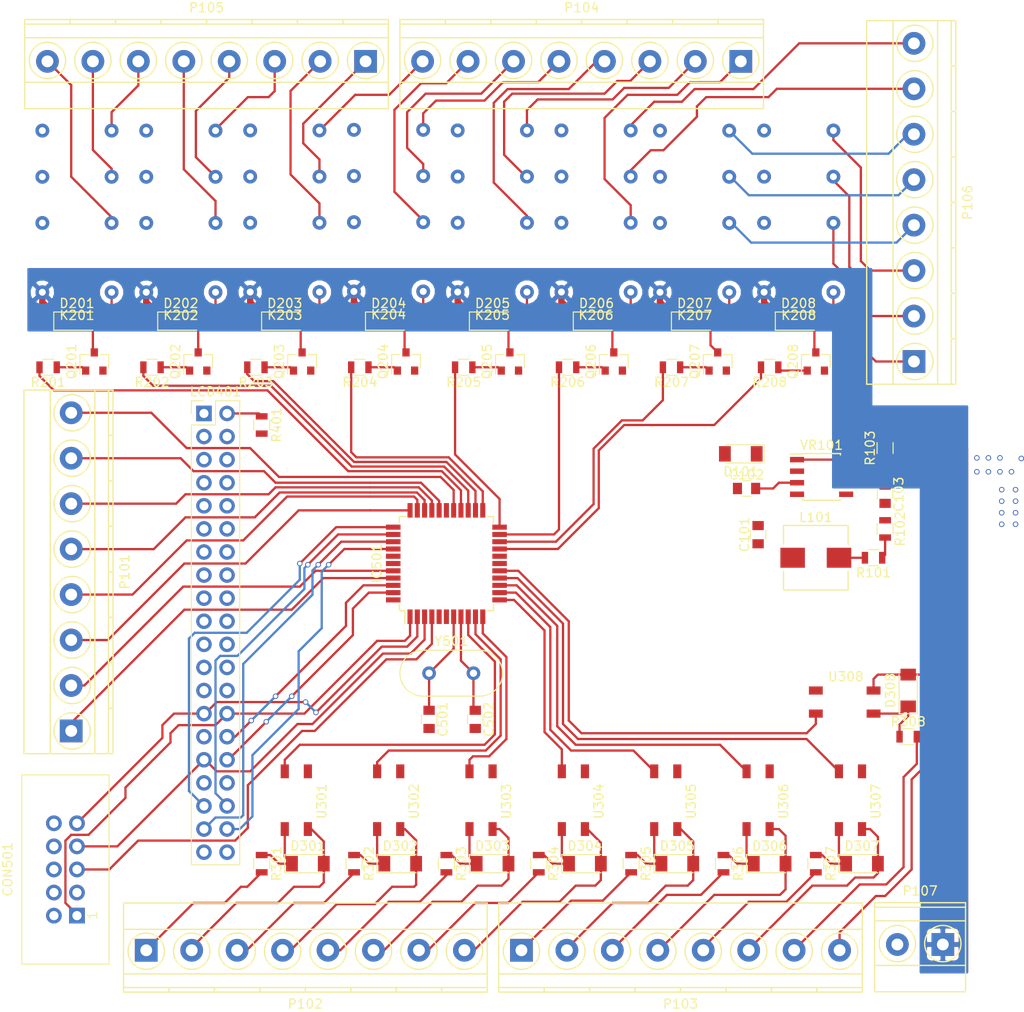
<source format=kicad_pcb>
(kicad_pcb (version 4) (host pcbnew 4.0.5)
  (layers (0 F.Cu signal) (31 B.Cu signal) (34 B.Paste user) (35 F.Paste user) (36 B.SilkS user) (37 F.SilkS user) (38 B.Mask user) (39 F.Mask user) (44 Edge.Cuts user))
  (net 0 "")
  (net 1 GNDREF)
  (net 2 +3V3)
  (net 3 GND)
  (net 4 "Net-(C102-Pad2)")
  (net 5 +24V)
  (net 6 "Net-(D201-Pad2)")
  (net 7 "Net-(D202-Pad2)")
  (net 8 "Net-(D203-Pad2)")
  (net 9 "Net-(D204-Pad2)")
  (net 10 "Net-(D205-Pad2)")
  (net 11 "Net-(D206-Pad2)")
  (net 12 "Net-(K201-Pad13)")
  (net 13 "Net-(K201-Pad11)")
  (net 14 "Net-(K201-Pad9)")
  (net 15 "Net-(K202-Pad13)")
  (net 16 "Net-(K202-Pad11)")
  (net 17 "Net-(K202-Pad9)")
  (net 18 "Net-(K203-Pad13)")
  (net 19 "Net-(K203-Pad11)")
  (net 20 "Net-(K203-Pad9)")
  (net 21 "Net-(K204-Pad13)")
  (net 22 "Net-(K204-Pad11)")
  (net 23 "Net-(K204-Pad9)")
  (net 24 "Net-(K205-Pad13)")
  (net 25 "Net-(K205-Pad11)")
  (net 26 "Net-(K205-Pad9)")
  (net 27 "Net-(K206-Pad13)")
  (net 28 "Net-(K206-Pad11)")
  (net 29 "Net-(K206-Pad9)")
  (net 30 "Net-(L101-Pad2)")
  (net 31 "Net-(Q201-Pad3)")
  (net 32 "Net-(Q202-Pad3)")
  (net 33 "Net-(Q203-Pad3)")
  (net 34 "Net-(Q204-Pad3)")
  (net 35 "Net-(Q205-Pad3)")
  (net 36 "Net-(Q206-Pad3)")
  (net 37 "Net-(R101-Pad1)")
  (net 38 "Net-(R103-Pad2)")
  (net 39 "Net-(C501-Pad1)")
  (net 40 "Net-(C502-Pad1)")
  (net 41 /LCDTouchScreen/MOSI)
  (net 42 "Net-(CON501-Pad3)")
  (net 43 /LCDTouchScreen/SCK)
  (net 44 /LCDTouchScreen/MISO)
  (net 45 /RelayOutputs/OR1com)
  (net 46 /RelayOutputs/OR1sel1)
  (net 47 /RelayOutputs/OR1sel2)
  (net 48 /RelayOutputs/OR2com)
  (net 49 /RelayOutputs/OR2sel1)
  (net 50 /RelayOutputs/OR2sel2)
  (net 51 /RelayOutputs/OR3com)
  (net 52 /RelayOutputs/OR3sel1)
  (net 53 /RelayOutputs/OR3sel2)
  (net 54 /RelayOutputs/OR4com)
  (net 55 /RelayOutputs/OR4sel1)
  (net 56 /RelayOutputs/OR4sel2)
  (net 57 /RelayOutputs/OR5com)
  (net 58 /RelayOutputs/OR5sel1)
  (net 59 /RelayOutputs/OR5sel2)
  (net 60 /RelayOutputs/OR6com)
  (net 61 "Net-(LCD401-Pad2)")
  (net 62 /LCDTouchScreen/RST)
  (net 63 /LCDTouchScreen/WR)
  (net 64 /LCDTouchScreen/CS)
  (net 65 /Microcontroller/ADC0)
  (net 66 /Microcontroller/ADC1)
  (net 67 /Microcontroller/ADC2)
  (net 68 /Microcontroller/ADC3)
  (net 69 /RelayOutputs/O1)
  (net 70 /RelayOutputs/O2)
  (net 71 /RelayOutputs/O3)
  (net 72 /RelayOutputs/O4)
  (net 73 /RelayOutputs/O5)
  (net 74 /RelayOutputs/O6)
  (net 75 "Net-(D207-Pad2)")
  (net 76 "Net-(D208-Pad2)")
  (net 77 /RelayInputs/I1)
  (net 78 /RelayInputs/I2)
  (net 79 /RelayInputs/I3)
  (net 80 /RelayInputs/I4)
  (net 81 /RelayInputs/I5)
  (net 82 /RelayInputs/I6)
  (net 83 /RelayInputs/I7)
  (net 84 /RelayInputs/I8)
  (net 85 /RelayOutputs/O7)
  (net 86 /RelayOutputs/O8)
  (net 87 /RelayOutputs/OR7sel1)
  (net 88 "Net-(K207-Pad13)")
  (net 89 "Net-(K207-Pad11)")
  (net 90 "Net-(K207-Pad9)")
  (net 91 /RelayOutputs/OR8sel1)
  (net 92 "Net-(K208-Pad13)")
  (net 93 "Net-(K208-Pad11)")
  (net 94 "Net-(K208-Pad9)")
  (net 95 "Net-(Q207-Pad3)")
  (net 96 "Net-(Q208-Pad3)")
  (net 97 /OR6s1)
  (net 98 /OR6s2)
  (net 99 /OR7c)
  (net 100 /OR7s2)
  (net 101 /OR8c)
  (net 102 /OR8s2)
  (net 103 "Net-(D301-Pad1)")
  (net 104 /RelayInputs/RI1K)
  (net 105 "Net-(D302-Pad1)")
  (net 106 /RelayInputs/RI2K)
  (net 107 "Net-(D303-Pad1)")
  (net 108 /RelayInputs/RI3K)
  (net 109 "Net-(D304-Pad1)")
  (net 110 /RelayInputs/RI4K)
  (net 111 "Net-(D305-Pad1)")
  (net 112 /RelayInputs/RI5K)
  (net 113 "Net-(D306-Pad1)")
  (net 114 /RelayInputs/RI6K)
  (net 115 "Net-(D307-Pad1)")
  (net 116 /RelayInputs/RI7K)
  (net 117 "Net-(D308-Pad1)")
  (net 118 /RelayInputs/RI8K)
  (net 119 /RelayInputs/RI4A)
  (net 120 /RelayInputs/RI3A)
  (net 121 /RelayInputs/RI2A)
  (net 122 /RelayInputs/RI1A)
  (net 123 /RelayInputs/RI8A)
  (net 124 /RelayInputs/RI7A)
  (net 125 /RelayInputs/RI6A)
  (net 126 /RelayInputs/RI5A)
  (net 127 /Microcontroller/RESET)
  (net 128 /Microcontroller/ADC7)
  (net 129 /Microcontroller/ADC6)
  (net 130 /Microcontroller/ADC5)
  (net 131 /Microcontroller/ADC4)
  (net 132 /PB0)
  (net 133 /PB1)
  (net 134 /AVCC)
  (net 135 /AREF)
  (module Meisei:Meisei-m4-24h (layer F.Cu) (at 110.460763 69.1925 180)
    (fp_text reference K205 (at 3.81 -2.54 180) (layer F.SilkS))
    (fp_text value Meisei-m4-24h)
    (pad 1 thru_hole circle (at 0 0 180) (size 1.524 1.524) (drill 0.762) (layers *.Cu *.Mask) (net 10 "Net-(D205-Pad2)"))
    (pad 4 thru_hole circle (at 0 7.62 180) (size 1.524 1.524) (drill 0.762) (layers *.Cu *.Mask) (net 57 /RelayOutputs/OR5com))
    (pad 6 thru_hole circle (at 0 12.7 180) (size 1.524 1.524) (drill 0.762) (layers *.Cu *.Mask) (net 58 /RelayOutputs/OR5sel1))
    (pad 8 thru_hole circle (at 0 17.78 180) (size 1.524 1.524) (drill 0.762) (layers *.Cu *.Mask) (net 59 /RelayOutputs/OR5sel2))
    (pad 16 thru_hole circle (at 7.62 0 180) (size 1.524 1.524) (drill 0.762) (layers *.Cu *.Mask) (net 5 +24V))
    (pad 13 thru_hole circle (at 7.62 7.62 180) (size 1.524 1.524) (drill 0.762) (layers *.Cu *.Mask) (net 24 "Net-(K205-Pad13)"))
    (pad 11 thru_hole circle (at 7.62 12.7 180) (size 1.524 1.524) (drill 0.762) (layers *.Cu *.Mask) (net 25 "Net-(K205-Pad11)"))
    (pad 9 thru_hole circle (at 7.62 17.78 180) (size 1.524 1.524) (drill 0.762) (layers *.Cu *.Mask) (net 26 "Net-(K205-Pad9)"))
  )
  (module Capacitors_SMD:C_0805 (layer F.Cu) (at 135.89 95.885 90)
    (fp_text reference C101 (at 0 -1.5 90) (layer F.SilkS))
    (fp_text value 4uF)
    (pad 1 smd rect (at -1 0 90) (size 1 1.25) (layers F.Cu F.Paste F.Mask) (net 2 +3V3))
    (pad 2 smd rect (at 1 0 90) (size 1 1.25) (layers F.Cu F.Paste F.Mask) (net 3 GND))
  )
  (module Capacitors_SMD:C_0805 (layer F.Cu) (at 134.62 90.805)
    (fp_text reference C102 (at 0 -1.5) (layer F.SilkS))
    (fp_text value 32pF)
    (pad 1 smd rect (at -1 0) (size 1 1.25) (layers F.Cu F.Paste F.Mask) (net 3 GND))
    (pad 2 smd rect (at 1 0) (size 1 1.25) (layers F.Cu F.Paste F.Mask) (net 4 "Net-(C102-Pad2)"))
  )
  (module Capacitors_SMD:C_0805 (layer F.Cu) (at 149.86 91.44 270)
    (fp_text reference C103 (at 0 -1.5 270) (layer F.SilkS))
    (fp_text value 100uF)
    (pad 1 smd rect (at -1 0 270) (size 1 1.25) (layers F.Cu F.Paste F.Mask) (net 5 +24V))
    (pad 2 smd rect (at 1 0 270) (size 1 1.25) (layers F.Cu F.Paste F.Mask) (net 3 GND))
  )
  (module Meisei:Meisei-m4-24h (layer F.Cu) (at 64.77 69.215 180)
    (fp_text reference K201 (at 3.81 -2.54 180) (layer F.SilkS))
    (fp_text value Meisei-m4-24h)
    (pad 1 thru_hole circle (at 0 0 180) (size 1.524 1.524) (drill 0.762) (layers *.Cu *.Mask) (net 6 "Net-(D201-Pad2)"))
    (pad 4 thru_hole circle (at 0 7.62 180) (size 1.524 1.524) (drill 0.762) (layers *.Cu *.Mask) (net 45 /RelayOutputs/OR1com))
    (pad 6 thru_hole circle (at 0 12.7 180) (size 1.524 1.524) (drill 0.762) (layers *.Cu *.Mask) (net 46 /RelayOutputs/OR1sel1))
    (pad 8 thru_hole circle (at 0 17.78 180) (size 1.524 1.524) (drill 0.762) (layers *.Cu *.Mask) (net 47 /RelayOutputs/OR1sel2))
    (pad 16 thru_hole circle (at 7.62 0 180) (size 1.524 1.524) (drill 0.762) (layers *.Cu *.Mask) (net 5 +24V))
    (pad 13 thru_hole circle (at 7.62 7.62 180) (size 1.524 1.524) (drill 0.762) (layers *.Cu *.Mask) (net 12 "Net-(K201-Pad13)"))
    (pad 11 thru_hole circle (at 7.62 12.7 180) (size 1.524 1.524) (drill 0.762) (layers *.Cu *.Mask) (net 13 "Net-(K201-Pad11)"))
    (pad 9 thru_hole circle (at 7.62 17.78 180) (size 1.524 1.524) (drill 0.762) (layers *.Cu *.Mask) (net 14 "Net-(K201-Pad9)"))
  )
  (module Meisei:Meisei-m4-24h (layer F.Cu) (at 76.2 69.215 180)
    (fp_text reference K202 (at 3.81 -2.54 180) (layer F.SilkS))
    (fp_text value Meisei-m4-24h)
    (pad 1 thru_hole circle (at 0 0 180) (size 1.524 1.524) (drill 0.762) (layers *.Cu *.Mask) (net 7 "Net-(D202-Pad2)"))
    (pad 4 thru_hole circle (at 0 7.62 180) (size 1.524 1.524) (drill 0.762) (layers *.Cu *.Mask) (net 48 /RelayOutputs/OR2com))
    (pad 6 thru_hole circle (at 0 12.7 180) (size 1.524 1.524) (drill 0.762) (layers *.Cu *.Mask) (net 49 /RelayOutputs/OR2sel1))
    (pad 8 thru_hole circle (at 0 17.78 180) (size 1.524 1.524) (drill 0.762) (layers *.Cu *.Mask) (net 50 /RelayOutputs/OR2sel2))
    (pad 16 thru_hole circle (at 7.62 0 180) (size 1.524 1.524) (drill 0.762) (layers *.Cu *.Mask) (net 5 +24V))
    (pad 13 thru_hole circle (at 7.62 7.62 180) (size 1.524 1.524) (drill 0.762) (layers *.Cu *.Mask) (net 15 "Net-(K202-Pad13)"))
    (pad 11 thru_hole circle (at 7.62 12.7 180) (size 1.524 1.524) (drill 0.762) (layers *.Cu *.Mask) (net 16 "Net-(K202-Pad11)"))
    (pad 9 thru_hole circle (at 7.62 17.78 180) (size 1.524 1.524) (drill 0.762) (layers *.Cu *.Mask) (net 17 "Net-(K202-Pad9)"))
  )
  (module Meisei:Meisei-m4-24h (layer F.Cu) (at 87.634763 69.1925 180)
    (fp_text reference K203 (at 3.81 -2.54 180) (layer F.SilkS))
    (fp_text value Meisei-m4-24h)
    (pad 1 thru_hole circle (at 0 0 180) (size 1.524 1.524) (drill 0.762) (layers *.Cu *.Mask) (net 8 "Net-(D203-Pad2)"))
    (pad 4 thru_hole circle (at 0 7.62 180) (size 1.524 1.524) (drill 0.762) (layers *.Cu *.Mask) (net 51 /RelayOutputs/OR3com))
    (pad 6 thru_hole circle (at 0 12.7 180) (size 1.524 1.524) (drill 0.762) (layers *.Cu *.Mask) (net 52 /RelayOutputs/OR3sel1))
    (pad 8 thru_hole circle (at 0 17.78 180) (size 1.524 1.524) (drill 0.762) (layers *.Cu *.Mask) (net 53 /RelayOutputs/OR3sel2))
    (pad 16 thru_hole circle (at 7.62 0 180) (size 1.524 1.524) (drill 0.762) (layers *.Cu *.Mask) (net 5 +24V))
    (pad 13 thru_hole circle (at 7.62 7.62 180) (size 1.524 1.524) (drill 0.762) (layers *.Cu *.Mask) (net 18 "Net-(K203-Pad13)"))
    (pad 11 thru_hole circle (at 7.62 12.7 180) (size 1.524 1.524) (drill 0.762) (layers *.Cu *.Mask) (net 19 "Net-(K203-Pad11)"))
    (pad 9 thru_hole circle (at 7.62 17.78 180) (size 1.524 1.524) (drill 0.762) (layers *.Cu *.Mask) (net 20 "Net-(K203-Pad9)"))
  )
  (module Meisei:Meisei-m4-24h (layer F.Cu) (at 99.047763 69.129 180)
    (fp_text reference K204 (at 3.81 -2.54 180) (layer F.SilkS))
    (fp_text value Meisei-m4-24h)
    (pad 1 thru_hole circle (at 0 0 180) (size 1.524 1.524) (drill 0.762) (layers *.Cu *.Mask) (net 9 "Net-(D204-Pad2)"))
    (pad 4 thru_hole circle (at 0 7.62 180) (size 1.524 1.524) (drill 0.762) (layers *.Cu *.Mask) (net 54 /RelayOutputs/OR4com))
    (pad 6 thru_hole circle (at 0 12.7 180) (size 1.524 1.524) (drill 0.762) (layers *.Cu *.Mask) (net 55 /RelayOutputs/OR4sel1))
    (pad 8 thru_hole circle (at 0 17.78 180) (size 1.524 1.524) (drill 0.762) (layers *.Cu *.Mask) (net 56 /RelayOutputs/OR4sel2))
    (pad 16 thru_hole circle (at 7.62 0 180) (size 1.524 1.524) (drill 0.762) (layers *.Cu *.Mask) (net 5 +24V))
    (pad 13 thru_hole circle (at 7.62 7.62 180) (size 1.524 1.524) (drill 0.762) (layers *.Cu *.Mask) (net 21 "Net-(K204-Pad13)"))
    (pad 11 thru_hole circle (at 7.62 12.7 180) (size 1.524 1.524) (drill 0.762) (layers *.Cu *.Mask) (net 22 "Net-(K204-Pad11)"))
    (pad 9 thru_hole circle (at 7.62 17.78 180) (size 1.524 1.524) (drill 0.762) (layers *.Cu *.Mask) (net 23 "Net-(K204-Pad9)"))
  )
  (module Meisei:Meisei-m4-24h (layer F.Cu) (at 121.873763 69.1925 180)
    (fp_text reference K206 (at 3.81 -2.54 180) (layer F.SilkS))
    (fp_text value Meisei-m4-24h)
    (pad 1 thru_hole circle (at 0 0 180) (size 1.524 1.524) (drill 0.762) (layers *.Cu *.Mask) (net 11 "Net-(D206-Pad2)"))
    (pad 4 thru_hole circle (at 0 7.62 180) (size 1.524 1.524) (drill 0.762) (layers *.Cu *.Mask) (net 60 /RelayOutputs/OR6com))
    (pad 6 thru_hole circle (at 0 12.7 180) (size 1.524 1.524) (drill 0.762) (layers *.Cu *.Mask) (net 97 /OR6s1))
    (pad 8 thru_hole circle (at 0 17.78 180) (size 1.524 1.524) (drill 0.762) (layers *.Cu *.Mask) (net 98 /OR6s2))
    (pad 16 thru_hole circle (at 7.62 0 180) (size 1.524 1.524) (drill 0.762) (layers *.Cu *.Mask) (net 5 +24V))
    (pad 13 thru_hole circle (at 7.62 7.62 180) (size 1.524 1.524) (drill 0.762) (layers *.Cu *.Mask) (net 27 "Net-(K206-Pad13)"))
    (pad 11 thru_hole circle (at 7.62 12.7 180) (size 1.524 1.524) (drill 0.762) (layers *.Cu *.Mask) (net 28 "Net-(K206-Pad11)"))
    (pad 9 thru_hole circle (at 7.62 17.78 180) (size 1.524 1.524) (drill 0.762) (layers *.Cu *.Mask) (net 29 "Net-(K206-Pad9)"))
  )
  (module MMBT3904:MMBT3904 (layer F.Cu) (at 62.865 76.835 90)
    (fp_text reference Q201 (at 0 -2.5 90) (layer F.SilkS))
    (fp_text value Q_NPN_BCE)
    (pad 3 smd rect (at -1 -0.95 90) (size 0.9 0.8) (layers F.Cu F.Paste F.Mask) (net 31 "Net-(Q201-Pad3)"))
    (pad 1 smd rect (at -1 0.95 90) (size 0.9 0.8) (layers F.Cu F.Paste F.Mask) (net 1 GNDREF))
    (pad 2 smd rect (at 1 0 90) (size 0.9 0.8) (layers F.Cu F.Paste F.Mask) (net 6 "Net-(D201-Pad2)"))
  )
  (module MMBT3904:MMBT3904 (layer F.Cu) (at 74.295 76.835 90)
    (fp_text reference Q202 (at 0 -2.5 90) (layer F.SilkS))
    (fp_text value Q_NPN_BCE)
    (pad 3 smd rect (at -1 -0.95 90) (size 0.9 0.8) (layers F.Cu F.Paste F.Mask) (net 32 "Net-(Q202-Pad3)"))
    (pad 1 smd rect (at -1 0.95 90) (size 0.9 0.8) (layers F.Cu F.Paste F.Mask) (net 1 GNDREF))
    (pad 2 smd rect (at 1 0 90) (size 0.9 0.8) (layers F.Cu F.Paste F.Mask) (net 7 "Net-(D202-Pad2)"))
  )
  (module MMBT3904:MMBT3904 (layer F.Cu) (at 85.725 76.835 90)
    (fp_text reference Q203 (at 0 -2.5 90) (layer F.SilkS))
    (fp_text value Q_NPN_BCE)
    (pad 3 smd rect (at -1 -0.95 90) (size 0.9 0.8) (layers F.Cu F.Paste F.Mask) (net 33 "Net-(Q203-Pad3)"))
    (pad 1 smd rect (at -1 0.95 90) (size 0.9 0.8) (layers F.Cu F.Paste F.Mask) (net 1 GNDREF))
    (pad 2 smd rect (at 1 0 90) (size 0.9 0.8) (layers F.Cu F.Paste F.Mask) (net 8 "Net-(D203-Pad2)"))
  )
  (module MMBT3904:MMBT3904 (layer F.Cu) (at 97.155 76.835 90)
    (fp_text reference Q204 (at 0 -2.5 90) (layer F.SilkS))
    (fp_text value Q_NPN_BCE)
    (pad 3 smd rect (at -1 -0.95 90) (size 0.9 0.8) (layers F.Cu F.Paste F.Mask) (net 34 "Net-(Q204-Pad3)"))
    (pad 1 smd rect (at -1 0.95 90) (size 0.9 0.8) (layers F.Cu F.Paste F.Mask) (net 1 GNDREF))
    (pad 2 smd rect (at 1 0 90) (size 0.9 0.8) (layers F.Cu F.Paste F.Mask) (net 9 "Net-(D204-Pad2)"))
  )
  (module MMBT3904:MMBT3904 (layer F.Cu) (at 108.585 76.835 90)
    (fp_text reference Q205 (at 0 -2.5 90) (layer F.SilkS))
    (fp_text value Q_NPN_BCE)
    (pad 3 smd rect (at -1 -0.95 90) (size 0.9 0.8) (layers F.Cu F.Paste F.Mask) (net 35 "Net-(Q205-Pad3)"))
    (pad 1 smd rect (at -1 0.95 90) (size 0.9 0.8) (layers F.Cu F.Paste F.Mask) (net 1 GNDREF))
    (pad 2 smd rect (at 1 0 90) (size 0.9 0.8) (layers F.Cu F.Paste F.Mask) (net 10 "Net-(D205-Pad2)"))
  )
  (module MMBT3904:MMBT3904 (layer F.Cu) (at 120.015 76.835 90)
    (fp_text reference Q206 (at 0 -2.5 90) (layer F.SilkS))
    (fp_text value Q_NPN_BCE)
    (pad 3 smd rect (at -1 -0.95 90) (size 0.9 0.8) (layers F.Cu F.Paste F.Mask) (net 36 "Net-(Q206-Pad3)"))
    (pad 1 smd rect (at -1 0.95 90) (size 0.9 0.8) (layers F.Cu F.Paste F.Mask) (net 1 GNDREF))
    (pad 2 smd rect (at 1 0 90) (size 0.9 0.8) (layers F.Cu F.Paste F.Mask) (net 11 "Net-(D206-Pad2)"))
  )
  (module Resistors_SMD:R_0805 (layer F.Cu) (at 148.59 98.425 180)
    (fp_text reference R101 (at 0 -1.65 180) (layer F.SilkS))
    (fp_text value 18kR)
    (pad 1 smd rect (at -0.95 0 180) (size 0.7 1.3) (layers F.Cu F.Paste F.Mask) (net 37 "Net-(R101-Pad1)"))
    (pad 2 smd rect (at 0.95 0 180) (size 0.7 1.3) (layers F.Cu F.Paste F.Mask) (net 30 "Net-(L101-Pad2)"))
  )
  (module Resistors_SMD:R_0805 (layer F.Cu) (at 149.86 95.25 270)
    (fp_text reference R102 (at 0 -1.65 270) (layer F.SilkS))
    (fp_text value 11kR)
    (pad 1 smd rect (at -0.95 0 270) (size 0.7 1.3) (layers F.Cu F.Paste F.Mask) (net 3 GND))
    (pad 2 smd rect (at 0.95 0 270) (size 0.7 1.3) (layers F.Cu F.Paste F.Mask) (net 37 "Net-(R101-Pad1)"))
  )
  (module Resistors_SMD:R_0805 (layer F.Cu) (at 149.86 86.36 90)
    (fp_text reference R103 (at 0 -1.65 90) (layer F.SilkS))
    (fp_text value 1.5R)
    (pad 1 smd rect (at -0.95 0 90) (size 0.7 1.3) (layers F.Cu F.Paste F.Mask) (net 5 +24V))
    (pad 2 smd rect (at 0.95 0 90) (size 0.7 1.3) (layers F.Cu F.Paste F.Mask) (net 38 "Net-(R103-Pad2)"))
  )
  (module Resistors_SMD:R_0805 (layer F.Cu) (at 57.785 77.47 180)
    (fp_text reference R201 (at 0 -1.65 180) (layer F.SilkS))
    (fp_text value 10kR)
    (pad 1 smd rect (at -0.95 0 180) (size 0.7 1.3) (layers F.Cu F.Paste F.Mask) (net 31 "Net-(Q201-Pad3)"))
    (pad 2 smd rect (at 0.95 0 180) (size 0.7 1.3) (layers F.Cu F.Paste F.Mask) (net 69 /RelayOutputs/O1))
  )
  (module Resistors_SMD:R_0805 (layer F.Cu) (at 69.215 77.47 180)
    (fp_text reference R202 (at 0 -1.65 180) (layer F.SilkS))
    (fp_text value 10kR)
    (pad 1 smd rect (at -0.95 0 180) (size 0.7 1.3) (layers F.Cu F.Paste F.Mask) (net 32 "Net-(Q202-Pad3)"))
    (pad 2 smd rect (at 0.95 0 180) (size 0.7 1.3) (layers F.Cu F.Paste F.Mask) (net 70 /RelayOutputs/O2))
  )
  (module Resistors_SMD:R_0805 (layer F.Cu) (at 80.645 77.47 180)
    (fp_text reference R203 (at 0 -1.65 180) (layer F.SilkS))
    (fp_text value 10kR)
    (pad 1 smd rect (at -0.95 0 180) (size 0.7 1.3) (layers F.Cu F.Paste F.Mask) (net 33 "Net-(Q203-Pad3)"))
    (pad 2 smd rect (at 0.95 0 180) (size 0.7 1.3) (layers F.Cu F.Paste F.Mask) (net 71 /RelayOutputs/O3))
  )
  (module Resistors_SMD:R_0805 (layer F.Cu) (at 92.075 77.47 180)
    (fp_text reference R204 (at 0 -1.65 180) (layer F.SilkS))
    (fp_text value 10kR)
    (pad 1 smd rect (at -0.95 0 180) (size 0.7 1.3) (layers F.Cu F.Paste F.Mask) (net 34 "Net-(Q204-Pad3)"))
    (pad 2 smd rect (at 0.95 0 180) (size 0.7 1.3) (layers F.Cu F.Paste F.Mask) (net 72 /RelayOutputs/O4))
  )
  (module Resistors_SMD:R_0805 (layer F.Cu) (at 103.505 77.47 180)
    (fp_text reference R205 (at 0 -1.65 180) (layer F.SilkS))
    (fp_text value 10kR)
    (pad 1 smd rect (at -0.95 0 180) (size 0.7 1.3) (layers F.Cu F.Paste F.Mask) (net 35 "Net-(Q205-Pad3)"))
    (pad 2 smd rect (at 0.95 0 180) (size 0.7 1.3) (layers F.Cu F.Paste F.Mask) (net 73 /RelayOutputs/O5))
  )
  (module Resistors_SMD:R_0805 (layer F.Cu) (at 114.935 77.47 180)
    (fp_text reference R206 (at 0 -1.65 180) (layer F.SilkS))
    (fp_text value 10kR)
    (pad 1 smd rect (at -0.95 0 180) (size 0.7 1.3) (layers F.Cu F.Paste F.Mask) (net 36 "Net-(Q206-Pad3)"))
    (pad 2 smd rect (at 0.95 0 180) (size 0.7 1.3) (layers F.Cu F.Paste F.Mask) (net 74 /RelayOutputs/O6))
  )
  (module Capacitors_SMD:C_0805 (layer F.Cu) (at 99.695 116.205 270)
    (fp_text reference C501 (at 0 -1.5 270) (layer F.SilkS))
    (fp_text value C)
    (pad 1 smd rect (at -1 0 270) (size 1 1.25) (layers F.Cu F.Paste F.Mask) (net 39 "Net-(C501-Pad1)"))
    (pad 2 smd rect (at 1 0 270) (size 1 1.25) (layers F.Cu F.Paste F.Mask) (net 3 GND))
  )
  (module Capacitors_SMD:C_0805 (layer F.Cu) (at 104.775 116.205 270)
    (fp_text reference C502 (at 0 -1.5 270) (layer F.SilkS))
    (fp_text value C)
    (pad 1 smd rect (at -1 0 270) (size 1 1.25) (layers F.Cu F.Paste F.Mask) (net 40 "Net-(C502-Pad1)"))
    (pad 2 smd rect (at 1 0 270) (size 1 1.25) (layers F.Cu F.Paste F.Mask) (net 3 GND))
  )
  (module Connectors:IDC_Header_Straight_10pins (layer F.Cu) (at 60.96 137.795 90)
    (fp_text reference CON501 (at 5.08 -7.62 90) (layer F.SilkS))
    (fp_text value AVR-ISP-10)
    (fp_text user 1 (at 0.02 1.72 90) (layer F.SilkS) (effects (font (thickness 0.12))))
    (pad 1 thru_hole rect (at 0 0 90) (size 1.7272 1.7272) (drill 1.016) (layers *.Cu *.Mask) (net 41 /LCDTouchScreen/MOSI))
    (pad 2 thru_hole oval (at 0 -2.54 90) (size 1.7272 1.7272) (drill 1.016) (layers *.Cu *.Mask) (net 2 +3V3))
    (pad 3 thru_hole oval (at 2.54 0 90) (size 1.7272 1.7272) (drill 1.016) (layers *.Cu *.Mask) (net 42 "Net-(CON501-Pad3)"))
    (pad 4 thru_hole oval (at 2.54 -2.54 90) (size 1.7272 1.7272) (drill 1.016) (layers *.Cu *.Mask) (net 3 GND))
    (pad 5 thru_hole oval (at 5.08 0 90) (size 1.7272 1.7272) (drill 1.016) (layers *.Cu *.Mask) (net 127 /Microcontroller/RESET))
    (pad 6 thru_hole oval (at 5.08 -2.54 90) (size 1.7272 1.7272) (drill 1.016) (layers *.Cu *.Mask) (net 3 GND))
    (pad 7 thru_hole oval (at 7.62 0 90) (size 1.7272 1.7272) (drill 1.016) (layers *.Cu *.Mask) (net 43 /LCDTouchScreen/SCK))
    (pad 8 thru_hole oval (at 7.62 -2.54 90) (size 1.7272 1.7272) (drill 1.016) (layers *.Cu *.Mask) (net 3 GND))
    (pad 9 thru_hole oval (at 10.16 0 90) (size 1.7272 1.7272) (drill 1.016) (layers *.Cu *.Mask) (net 44 /LCDTouchScreen/MISO))
    (pad 10 thru_hole oval (at 10.16 -2.54 90) (size 1.7272 1.7272) (drill 1.016) (layers *.Cu *.Mask) (net 3 GND))
  )
  (module Pin_Headers:Pin_Header_Straight_2x20_Pitch2.54mm (layer F.Cu) (at 74.93 82.55)
    (fp_text reference LCD401 (at 1.27 -2.39) (layer F.SilkS))
    (fp_text value tft-proto-mi0283qt-9a)
    (pad 1 thru_hole rect (at 0 0) (size 1.7 1.7) (drill 1) (layers *.Cu *.Mask) (net 3 GND))
    (pad 2 thru_hole oval (at 2.54 0) (size 1.7 1.7) (drill 1) (layers *.Cu *.Mask) (net 61 "Net-(LCD401-Pad2)"))
    (pad 3 thru_hole oval (at 0 2.54) (size 1.7 1.7) (drill 1) (layers *.Cu *.Mask) (net 3 GND))
    (pad 4 thru_hole oval (at 2.54 2.54) (size 1.7 1.7) (drill 1) (layers *.Cu *.Mask) (net 2 +3V3))
    (pad 5 thru_hole oval (at 0 5.08) (size 1.7 1.7) (drill 1) (layers *.Cu *.Mask) (net 2 +3V3))
    (pad 6 thru_hole oval (at 2.54 5.08) (size 1.7 1.7) (drill 1) (layers *.Cu *.Mask) (net 2 +3V3))
    (pad 7 thru_hole oval (at 0 7.62) (size 1.7 1.7) (drill 1) (layers *.Cu *.Mask) (net 62 /LCDTouchScreen/RST))
    (pad 8 thru_hole oval (at 2.54 7.62) (size 1.7 1.7) (drill 1) (layers *.Cu *.Mask) (net 3 GND))
    (pad 9 thru_hole oval (at 0 10.16) (size 1.7 1.7) (drill 1) (layers *.Cu *.Mask) (net 3 GND))
    (pad 10 thru_hole oval (at 2.54 10.16) (size 1.7 1.7) (drill 1) (layers *.Cu *.Mask) (net 3 GND))
    (pad 11 thru_hole oval (at 0 12.7) (size 1.7 1.7) (drill 1) (layers *.Cu *.Mask) (net 3 GND))
    (pad 12 thru_hole oval (at 2.54 12.7) (size 1.7 1.7) (drill 1) (layers *.Cu *.Mask) (net 3 GND))
    (pad 13 thru_hole oval (at 0 15.24) (size 1.7 1.7) (drill 1) (layers *.Cu *.Mask) (net 3 GND))
    (pad 14 thru_hole oval (at 2.54 15.24) (size 1.7 1.7) (drill 1) (layers *.Cu *.Mask) (net 3 GND))
    (pad 15 thru_hole oval (at 0 17.78) (size 1.7 1.7) (drill 1) (layers *.Cu *.Mask) (net 3 GND))
    (pad 16 thru_hole oval (at 2.54 17.78) (size 1.7 1.7) (drill 1) (layers *.Cu *.Mask) (net 3 GND))
    (pad 17 thru_hole oval (at 0 20.32) (size 1.7 1.7) (drill 1) (layers *.Cu *.Mask) (net 3 GND))
    (pad 18 thru_hole oval (at 2.54 20.32) (size 1.7 1.7) (drill 1) (layers *.Cu *.Mask) (net 3 GND))
    (pad 19 thru_hole oval (at 0 22.86) (size 1.7 1.7) (drill 1) (layers *.Cu *.Mask) (net 3 GND))
    (pad 20 thru_hole oval (at 2.54 22.86) (size 1.7 1.7) (drill 1) (layers *.Cu *.Mask) (net 3 GND))
    (pad 21 thru_hole oval (at 0 25.4) (size 1.7 1.7) (drill 1) (layers *.Cu *.Mask) (net 3 GND))
    (pad 22 thru_hole oval (at 2.54 25.4) (size 1.7 1.7) (drill 1) (layers *.Cu *.Mask) (net 3 GND))
    (pad 23 thru_hole oval (at 0 27.94) (size 1.7 1.7) (drill 1) (layers *.Cu *.Mask) (net 3 GND))
    (pad 24 thru_hole oval (at 2.54 27.94) (size 1.7 1.7) (drill 1) (layers *.Cu *.Mask) (net 3 GND))
    (pad 25 thru_hole oval (at 0 30.48) (size 1.7 1.7) (drill 1) (layers *.Cu *.Mask) (net 3 GND))
    (pad 26 thru_hole oval (at 2.54 30.48) (size 1.7 1.7) (drill 1) (layers *.Cu *.Mask) (net 3 GND))
    (pad 27 thru_hole oval (at 0 33.02) (size 1.7 1.7) (drill 1) (layers *.Cu *.Mask) (net 44 /LCDTouchScreen/MISO))
    (pad 28 thru_hole oval (at 2.54 33.02) (size 1.7 1.7) (drill 1) (layers *.Cu *.Mask) (net 41 /LCDTouchScreen/MOSI))
    (pad 29 thru_hole oval (at 0 35.56) (size 1.7 1.7) (drill 1) (layers *.Cu *.Mask) (net 3 GND))
    (pad 30 thru_hole oval (at 2.54 35.56) (size 1.7 1.7) (drill 1) (layers *.Cu *.Mask) (net 63 /LCDTouchScreen/WR))
    (pad 31 thru_hole oval (at 0 38.1) (size 1.7 1.7) (drill 1) (layers *.Cu *.Mask) (net 43 /LCDTouchScreen/SCK))
    (pad 32 thru_hole oval (at 2.54 38.1) (size 1.7 1.7) (drill 1) (layers *.Cu *.Mask) (net 64 /LCDTouchScreen/CS))
    (pad 33 thru_hole oval (at 0 40.64) (size 1.7 1.7) (drill 1) (layers *.Cu *.Mask) (net 3 GND))
    (pad 34 thru_hole oval (at 2.54 40.64) (size 1.7 1.7) (drill 1) (layers *.Cu *.Mask) (net 3 GND))
    (pad 35 thru_hole oval (at 0 43.18) (size 1.7 1.7) (drill 1) (layers *.Cu *.Mask) (net 65 /Microcontroller/ADC0))
    (pad 36 thru_hole oval (at 2.54 43.18) (size 1.7 1.7) (drill 1) (layers *.Cu *.Mask) (net 66 /Microcontroller/ADC1))
    (pad 37 thru_hole oval (at 0 45.72) (size 1.7 1.7) (drill 1) (layers *.Cu *.Mask) (net 67 /Microcontroller/ADC2))
    (pad 38 thru_hole oval (at 2.54 45.72) (size 1.7 1.7) (drill 1) (layers *.Cu *.Mask) (net 68 /Microcontroller/ADC3))
    (pad 39 thru_hole oval (at 0 48.26) (size 1.7 1.7) (drill 1) (layers *.Cu *.Mask) (net 2 +3V3))
    (pad 40 thru_hole oval (at 2.54 48.26) (size 1.7 1.7) (drill 1) (layers *.Cu *.Mask) (net 3 GND))
  )
  (module Resistors_SMD:R_0805 (layer F.Cu) (at 81.28 83.82 270)
    (fp_text reference R401 (at 0 -1.65 270) (layer F.SilkS))
    (fp_text value 100R)
    (pad 1 smd rect (at -0.95 0 270) (size 0.7 1.3) (layers F.Cu F.Paste F.Mask) (net 61 "Net-(LCD401-Pad2)"))
    (pad 2 smd rect (at 0.95 0 270) (size 0.7 1.3) (layers F.Cu F.Paste F.Mask) (net 2 +3V3))
  )
  (module Crystals:Crystal_HC49-U_Vertical (layer F.Cu) (at 99.695 111.125)
    (fp_text reference Y501 (at 2.44 -3.525) (layer F.SilkS))
    (fp_text value Crystal)
    (pad 1 thru_hole circle (at 0 0) (size 1.5 1.5) (drill 0.8) (layers *.Cu *.Mask) (net 39 "Net-(C501-Pad1)"))
    (pad 2 thru_hole circle (at 4.88 0) (size 1.5 1.5) (drill 0.8) (layers *.Cu *.Mask) (net 40 "Net-(C502-Pad1)"))
  )
  (module Housings_QFP:LQFP-44_10x10mm_Pitch0.8mm (layer F.Cu) (at 101.6 99.06 90)
    (fp_text reference IC501 (at 0 -7.65 90) (layer F.SilkS))
    (fp_text value ATMEGA644-A)
    (pad 1 smd rect (at -5.85 -4 90) (size 1.6 0.56) (layers F.Cu F.Paste F.Mask) (net 41 /LCDTouchScreen/MOSI))
    (pad 2 smd rect (at -5.85 -3.2 90) (size 1.6 0.56) (layers F.Cu F.Paste F.Mask) (net 44 /LCDTouchScreen/MISO))
    (pad 3 smd rect (at -5.85 -2.4 90) (size 1.6 0.56) (layers F.Cu F.Paste F.Mask) (net 43 /LCDTouchScreen/SCK))
    (pad 4 smd rect (at -5.85 -1.6 90) (size 1.6 0.56) (layers F.Cu F.Paste F.Mask) (net 127 /Microcontroller/RESET))
    (pad 5 smd rect (at -5.85 -0.8 90) (size 1.6 0.56) (layers F.Cu F.Paste F.Mask) (net 2 +3V3))
    (pad 6 smd rect (at -5.85 0 90) (size 1.6 0.56) (layers F.Cu F.Paste F.Mask) (net 3 GND))
    (pad 7 smd rect (at -5.85 0.8 90) (size 1.6 0.56) (layers F.Cu F.Paste F.Mask) (net 39 "Net-(C501-Pad1)"))
    (pad 8 smd rect (at -5.85 1.6 90) (size 1.6 0.56) (layers F.Cu F.Paste F.Mask) (net 40 "Net-(C502-Pad1)"))
    (pad 9 smd rect (at -5.85 2.4 90) (size 1.6 0.56) (layers F.Cu F.Paste F.Mask) (net 77 /RelayInputs/I1))
    (pad 10 smd rect (at -5.85 3.2 90) (size 1.6 0.56) (layers F.Cu F.Paste F.Mask) (net 78 /RelayInputs/I2))
    (pad 11 smd rect (at -5.85 4 90) (size 1.6 0.56) (layers F.Cu F.Paste F.Mask) (net 79 /RelayInputs/I3))
    (pad 12 smd rect (at -4 5.85 180) (size 1.6 0.56) (layers F.Cu F.Paste F.Mask) (net 80 /RelayInputs/I4))
    (pad 13 smd rect (at -3.2 5.85 180) (size 1.6 0.56) (layers F.Cu F.Paste F.Mask) (net 81 /RelayInputs/I5))
    (pad 14 smd rect (at -2.4 5.85 180) (size 1.6 0.56) (layers F.Cu F.Paste F.Mask) (net 82 /RelayInputs/I6))
    (pad 15 smd rect (at -1.6 5.85 180) (size 1.6 0.56) (layers F.Cu F.Paste F.Mask) (net 83 /RelayInputs/I7))
    (pad 16 smd rect (at -0.8 5.85 180) (size 1.6 0.56) (layers F.Cu F.Paste F.Mask) (net 84 /RelayInputs/I8))
    (pad 17 smd rect (at 0 5.85 180) (size 1.6 0.56) (layers F.Cu F.Paste F.Mask) (net 2 +3V3))
    (pad 18 smd rect (at 0.8 5.85 180) (size 1.6 0.56) (layers F.Cu F.Paste F.Mask) (net 3 GND))
    (pad 19 smd rect (at 1.6 5.85 180) (size 1.6 0.56) (layers F.Cu F.Paste F.Mask) (net 86 /RelayOutputs/O8))
    (pad 20 smd rect (at 2.4 5.85 180) (size 1.6 0.56) (layers F.Cu F.Paste F.Mask) (net 85 /RelayOutputs/O7))
    (pad 21 smd rect (at 3.2 5.85 180) (size 1.6 0.56) (layers F.Cu F.Paste F.Mask) (net 74 /RelayOutputs/O6))
    (pad 22 smd rect (at 4 5.85 180) (size 1.6 0.56) (layers F.Cu F.Paste F.Mask) (net 73 /RelayOutputs/O5))
    (pad 23 smd rect (at 5.85 4 90) (size 1.6 0.56) (layers F.Cu F.Paste F.Mask) (net 72 /RelayOutputs/O4))
    (pad 24 smd rect (at 5.85 3.2 90) (size 1.6 0.56) (layers F.Cu F.Paste F.Mask) (net 71 /RelayOutputs/O3))
    (pad 25 smd rect (at 5.85 2.4 90) (size 1.6 0.56) (layers F.Cu F.Paste F.Mask) (net 70 /RelayOutputs/O2))
    (pad 26 smd rect (at 5.85 1.6 90) (size 1.6 0.56) (layers F.Cu F.Paste F.Mask) (net 69 /RelayOutputs/O1))
    (pad 27 smd rect (at 5.85 0.8 90) (size 1.6 0.56) (layers F.Cu F.Paste F.Mask) (net 134 /AVCC))
    (pad 28 smd rect (at 5.85 0 90) (size 1.6 0.56) (layers F.Cu F.Paste F.Mask) (net 3 GND))
    (pad 29 smd rect (at 5.85 -0.8 90) (size 1.6 0.56) (layers F.Cu F.Paste F.Mask) (net 135 /AREF))
    (pad 30 smd rect (at 5.85 -1.6 90) (size 1.6 0.56) (layers F.Cu F.Paste F.Mask) (net 128 /Microcontroller/ADC7))
    (pad 31 smd rect (at 5.85 -2.4 90) (size 1.6 0.56) (layers F.Cu F.Paste F.Mask) (net 129 /Microcontroller/ADC6))
    (pad 32 smd rect (at 5.85 -3.2 90) (size 1.6 0.56) (layers F.Cu F.Paste F.Mask) (net 130 /Microcontroller/ADC5))
    (pad 33 smd rect (at 5.85 -4 90) (size 1.6 0.56) (layers F.Cu F.Paste F.Mask) (net 131 /Microcontroller/ADC4))
    (pad 34 smd rect (at 4 -5.85 180) (size 1.6 0.56) (layers F.Cu F.Paste F.Mask) (net 65 /Microcontroller/ADC0))
    (pad 35 smd rect (at 3.2 -5.85 180) (size 1.6 0.56) (layers F.Cu F.Paste F.Mask) (net 66 /Microcontroller/ADC1))
    (pad 36 smd rect (at 2.4 -5.85 180) (size 1.6 0.56) (layers F.Cu F.Paste F.Mask) (net 67 /Microcontroller/ADC2))
    (pad 37 smd rect (at 1.6 -5.85 180) (size 1.6 0.56) (layers F.Cu F.Paste F.Mask) (net 68 /Microcontroller/ADC3))
    (pad 38 smd rect (at 0.8 -5.85 180) (size 1.6 0.56) (layers F.Cu F.Paste F.Mask) (net 2 +3V3))
    (pad 39 smd rect (at 0 -5.85 180) (size 1.6 0.56) (layers F.Cu F.Paste F.Mask) (net 3 GND))
    (pad 40 smd rect (at -0.8 -5.85 180) (size 1.6 0.56) (layers F.Cu F.Paste F.Mask) (net 132 /PB0))
    (pad 41 smd rect (at -1.6 -5.85 180) (size 1.6 0.56) (layers F.Cu F.Paste F.Mask) (net 133 /PB1))
    (pad 42 smd rect (at -2.4 -5.85 180) (size 1.6 0.56) (layers F.Cu F.Paste F.Mask) (net 63 /LCDTouchScreen/WR))
    (pad 43 smd rect (at -3.2 -5.85 180) (size 1.6 0.56) (layers F.Cu F.Paste F.Mask) (net 64 /LCDTouchScreen/CS))
    (pad 44 smd rect (at -4 -5.85 180) (size 1.6 0.56) (layers F.Cu F.Paste F.Mask) (net 62 /LCDTouchScreen/RST))
  )
  (module Diodes_SMD:D_MiniMELF_Standard (layer F.Cu) (at 128.905 72.39)
    (fp_text reference D207 (at 0 -1.95) (layer F.SilkS))
    (fp_text value D)
    (pad 1 smd rect (at -1.75 0) (size 1.3 1.7) (layers F.Cu F.Paste F.Mask) (net 5 +24V))
    (pad 2 smd rect (at 1.75 0) (size 1.3 1.7) (layers F.Cu F.Paste F.Mask) (net 75 "Net-(D207-Pad2)"))
  )
  (module Diodes_SMD:D_MiniMELF_Standard (layer F.Cu) (at 140.335 72.39)
    (fp_text reference D208 (at 0 -1.95) (layer F.SilkS))
    (fp_text value D)
    (pad 1 smd rect (at -1.75 0) (size 1.3 1.7) (layers F.Cu F.Paste F.Mask) (net 5 +24V))
    (pad 2 smd rect (at 1.75 0) (size 1.3 1.7) (layers F.Cu F.Paste F.Mask) (net 76 "Net-(D208-Pad2)"))
  )
  (module Meisei:Meisei-m4-24h (layer F.Cu) (at 132.715 69.215 180)
    (fp_text reference K207 (at 3.81 -2.54 180) (layer F.SilkS))
    (fp_text value Meisei-m4-24h)
    (pad 1 thru_hole circle (at 0 0 180) (size 1.524 1.524) (drill 0.762) (layers *.Cu *.Mask) (net 75 "Net-(D207-Pad2)"))
    (pad 4 thru_hole circle (at 0 7.62 180) (size 1.524 1.524) (drill 0.762) (layers *.Cu *.Mask) (net 99 /OR7c))
    (pad 6 thru_hole circle (at 0 12.7 180) (size 1.524 1.524) (drill 0.762) (layers *.Cu *.Mask) (net 87 /RelayOutputs/OR7sel1))
    (pad 8 thru_hole circle (at 0 17.78 180) (size 1.524 1.524) (drill 0.762) (layers *.Cu *.Mask) (net 100 /OR7s2))
    (pad 16 thru_hole circle (at 7.62 0 180) (size 1.524 1.524) (drill 0.762) (layers *.Cu *.Mask) (net 5 +24V))
    (pad 13 thru_hole circle (at 7.62 7.62 180) (size 1.524 1.524) (drill 0.762) (layers *.Cu *.Mask) (net 88 "Net-(K207-Pad13)"))
    (pad 11 thru_hole circle (at 7.62 12.7 180) (size 1.524 1.524) (drill 0.762) (layers *.Cu *.Mask) (net 89 "Net-(K207-Pad11)"))
    (pad 9 thru_hole circle (at 7.62 17.78 180) (size 1.524 1.524) (drill 0.762) (layers *.Cu *.Mask) (net 90 "Net-(K207-Pad9)"))
  )
  (module Meisei:Meisei-m4-24h (layer F.Cu) (at 144.171262 69.204001 180)
    (fp_text reference K208 (at 3.81 -2.54 180) (layer F.SilkS))
    (fp_text value Meisei-m4-24h)
    (pad 1 thru_hole circle (at 0 0 180) (size 1.524 1.524) (drill 0.762) (layers *.Cu *.Mask) (net 76 "Net-(D208-Pad2)"))
    (pad 4 thru_hole circle (at 0 7.62 180) (size 1.524 1.524) (drill 0.762) (layers *.Cu *.Mask) (net 101 /OR8c))
    (pad 6 thru_hole circle (at 0 12.7 180) (size 1.524 1.524) (drill 0.762) (layers *.Cu *.Mask) (net 91 /RelayOutputs/OR8sel1))
    (pad 8 thru_hole circle (at 0 17.78 180) (size 1.524 1.524) (drill 0.762) (layers *.Cu *.Mask) (net 102 /OR8s2))
    (pad 16 thru_hole circle (at 7.62 0 180) (size 1.524 1.524) (drill 0.762) (layers *.Cu *.Mask) (net 5 +24V))
    (pad 13 thru_hole circle (at 7.62 7.62 180) (size 1.524 1.524) (drill 0.762) (layers *.Cu *.Mask) (net 92 "Net-(K208-Pad13)"))
    (pad 11 thru_hole circle (at 7.62 12.7 180) (size 1.524 1.524) (drill 0.762) (layers *.Cu *.Mask) (net 93 "Net-(K208-Pad11)"))
    (pad 9 thru_hole circle (at 7.62 17.78 180) (size 1.524 1.524) (drill 0.762) (layers *.Cu *.Mask) (net 94 "Net-(K208-Pad9)"))
  )
  (module MMBT3904:MMBT3904 (layer F.Cu) (at 131.445 76.835 90)
    (fp_text reference Q207 (at 0 -2.5 90) (layer F.SilkS))
    (fp_text value Q_NPN_BCE)
    (pad 3 smd rect (at -1 -0.95 90) (size 0.9 0.8) (layers F.Cu F.Paste F.Mask) (net 95 "Net-(Q207-Pad3)"))
    (pad 1 smd rect (at -1 0.95 90) (size 0.9 0.8) (layers F.Cu F.Paste F.Mask) (net 1 GNDREF))
    (pad 2 smd rect (at 1 0 90) (size 0.9 0.8) (layers F.Cu F.Paste F.Mask) (net 75 "Net-(D207-Pad2)"))
  )
  (module MMBT3904:MMBT3904 (layer F.Cu) (at 142.24 76.835 90)
    (fp_text reference Q208 (at 0 -2.5 90) (layer F.SilkS))
    (fp_text value Q_NPN_BCE)
    (pad 3 smd rect (at -1 -0.95 90) (size 0.9 0.8) (layers F.Cu F.Paste F.Mask) (net 96 "Net-(Q208-Pad3)"))
    (pad 1 smd rect (at -1 0.95 90) (size 0.9 0.8) (layers F.Cu F.Paste F.Mask) (net 1 GNDREF))
    (pad 2 smd rect (at 1 0 90) (size 0.9 0.8) (layers F.Cu F.Paste F.Mask) (net 76 "Net-(D208-Pad2)"))
  )
  (module Resistors_SMD:R_0805 (layer F.Cu) (at 126.365 77.47 180)
    (fp_text reference R207 (at 0 -1.65 180) (layer F.SilkS))
    (fp_text value 10kR)
    (pad 1 smd rect (at -0.95 0 180) (size 0.7 1.3) (layers F.Cu F.Paste F.Mask) (net 95 "Net-(Q207-Pad3)"))
    (pad 2 smd rect (at 0.95 0 180) (size 0.7 1.3) (layers F.Cu F.Paste F.Mask) (net 85 /RelayOutputs/O7))
  )
  (module Resistors_SMD:R_0805 (layer F.Cu) (at 137.16 77.47 180)
    (fp_text reference R208 (at 0 -1.65 180) (layer F.SilkS))
    (fp_text value 10kR)
    (pad 1 smd rect (at -0.95 0 180) (size 0.7 1.3) (layers F.Cu F.Paste F.Mask) (net 96 "Net-(Q208-Pad3)"))
    (pad 2 smd rect (at 0.95 0 180) (size 0.7 1.3) (layers F.Cu F.Paste F.Mask) (net 86 /RelayOutputs/O8))
  )
  (module Diodes_SMD:D_MiniMELF_Standard (layer F.Cu) (at 133.985 86.995 180)
    (fp_text reference D101 (at 0 -1.95 180) (layer F.SilkS))
    (fp_text value D_Schottky)
    (pad 1 smd rect (at -1.75 0 180) (size 1.3 1.7) (layers F.Cu F.Paste F.Mask) (net 2 +3V3))
    (pad 2 smd rect (at 1.75 0 180) (size 1.3 1.7) (layers F.Cu F.Paste F.Mask) (net 3 GND))
  )
  (module Diodes_SMD:D_MiniMELF_Standard (layer F.Cu) (at 60.96 72.39)
    (fp_text reference D201 (at 0 -1.95) (layer F.SilkS))
    (fp_text value D)
    (pad 1 smd rect (at -1.75 0) (size 1.3 1.7) (layers F.Cu F.Paste F.Mask) (net 5 +24V))
    (pad 2 smd rect (at 1.75 0) (size 1.3 1.7) (layers F.Cu F.Paste F.Mask) (net 6 "Net-(D201-Pad2)"))
  )
  (module Diodes_SMD:D_MiniMELF_Standard (layer F.Cu) (at 72.39 72.39)
    (fp_text reference D202 (at 0 -1.95) (layer F.SilkS))
    (fp_text value D)
    (pad 1 smd rect (at -1.75 0) (size 1.3 1.7) (layers F.Cu F.Paste F.Mask) (net 5 +24V))
    (pad 2 smd rect (at 1.75 0) (size 1.3 1.7) (layers F.Cu F.Paste F.Mask) (net 7 "Net-(D202-Pad2)"))
  )
  (module Diodes_SMD:D_MiniMELF_Standard (layer F.Cu) (at 83.82 72.39)
    (fp_text reference D203 (at 0 -1.95) (layer F.SilkS))
    (fp_text value D)
    (pad 1 smd rect (at -1.75 0) (size 1.3 1.7) (layers F.Cu F.Paste F.Mask) (net 5 +24V))
    (pad 2 smd rect (at 1.75 0) (size 1.3 1.7) (layers F.Cu F.Paste F.Mask) (net 8 "Net-(D203-Pad2)"))
  )
  (module Diodes_SMD:D_MiniMELF_Standard (layer F.Cu) (at 95.25 72.39)
    (fp_text reference D204 (at 0 -1.95) (layer F.SilkS))
    (fp_text value D)
    (pad 1 smd rect (at -1.75 0) (size 1.3 1.7) (layers F.Cu F.Paste F.Mask) (net 5 +24V))
    (pad 2 smd rect (at 1.75 0) (size 1.3 1.7) (layers F.Cu F.Paste F.Mask) (net 9 "Net-(D204-Pad2)"))
  )
  (module Diodes_SMD:D_MiniMELF_Standard (layer F.Cu) (at 106.68 72.39)
    (fp_text reference D205 (at 0 -1.95) (layer F.SilkS))
    (fp_text value D)
    (pad 1 smd rect (at -1.75 0) (size 1.3 1.7) (layers F.Cu F.Paste F.Mask) (net 5 +24V))
    (pad 2 smd rect (at 1.75 0) (size 1.3 1.7) (layers F.Cu F.Paste F.Mask) (net 10 "Net-(D205-Pad2)"))
  )
  (module Diodes_SMD:D_MiniMELF_Standard (layer F.Cu) (at 118.11 72.39)
    (fp_text reference D206 (at 0 -1.95) (layer F.SilkS))
    (fp_text value D)
    (pad 1 smd rect (at -1.75 0) (size 1.3 1.7) (layers F.Cu F.Paste F.Mask) (net 5 +24V))
    (pad 2 smd rect (at 1.75 0) (size 1.3 1.7) (layers F.Cu F.Paste F.Mask) (net 11 "Net-(D206-Pad2)"))
  )
  (module Inductors:Inductor_Wurth_HCI-7050 (layer F.Cu) (at 142.24 98.425)
    (fp_text reference L101 (at 0 -4.45) (layer F.SilkS))
    (fp_text value 260mH)
    (pad 1 smd rect (at -2.55 0) (size 2.7 2.2) (layers F.Cu F.Paste F.Mask) (net 2 +3V3))
    (pad 2 smd rect (at 2.55 0) (size 2.7 2.2) (layers F.Cu F.Paste F.Mask) (net 30 "Net-(L101-Pad2)"))
  )
  (module Connectors_Terminal_Blocks:TerminalBlock_Pheonix_MKDS1.5-8pol (layer F.Cu) (at 68.58 141.605)
    (fp_text reference P102 (at 17.5 5.9) (layer F.SilkS))
    (fp_text value CONN_01X08)
    (pad 8 thru_hole circle (at 35 0) (size 2.5 2.5) (drill 1.3) (layers *.Cu *.Mask) (net 110 /RelayInputs/RI4K))
    (pad 7 thru_hole circle (at 30 0) (size 2.5 2.5) (drill 1.3) (layers *.Cu *.Mask) (net 119 /RelayInputs/RI4A))
    (pad 6 thru_hole circle (at 25 0) (size 2.5 2.5) (drill 1.3) (layers *.Cu *.Mask) (net 108 /RelayInputs/RI3K))
    (pad 5 thru_hole circle (at 20 0) (size 2.5 2.5) (drill 1.3) (layers *.Cu *.Mask) (net 120 /RelayInputs/RI3A))
    (pad 4 thru_hole circle (at 15 0) (size 2.5 2.5) (drill 1.3) (layers *.Cu *.Mask) (net 106 /RelayInputs/RI2K))
    (pad 3 thru_hole circle (at 10 0) (size 2.5 2.5) (drill 1.3) (layers *.Cu *.Mask) (net 121 /RelayInputs/RI2A))
    (pad 1 thru_hole rect (at 0 0) (size 2.5 2.5) (drill 1.3) (layers *.Cu *.Mask) (net 122 /RelayInputs/RI1A))
    (pad 2 thru_hole circle (at 5 0) (size 2.5 2.5) (drill 1.3) (layers *.Cu *.Mask) (net 104 /RelayInputs/RI1K))
  )
  (module Connectors_Terminal_Blocks:TerminalBlock_Pheonix_MKDS1.5-8pol (layer F.Cu) (at 109.855 141.605)
    (fp_text reference P103 (at 17.5 5.9) (layer F.SilkS))
    (fp_text value CONN_01X08)
    (pad 8 thru_hole circle (at 35 0) (size 2.5 2.5) (drill 1.3) (layers *.Cu *.Mask) (net 118 /RelayInputs/RI8K))
    (pad 7 thru_hole circle (at 30 0) (size 2.5 2.5) (drill 1.3) (layers *.Cu *.Mask) (net 123 /RelayInputs/RI8A))
    (pad 6 thru_hole circle (at 25 0) (size 2.5 2.5) (drill 1.3) (layers *.Cu *.Mask) (net 116 /RelayInputs/RI7K))
    (pad 5 thru_hole circle (at 20 0) (size 2.5 2.5) (drill 1.3) (layers *.Cu *.Mask) (net 124 /RelayInputs/RI7A))
    (pad 4 thru_hole circle (at 15 0) (size 2.5 2.5) (drill 1.3) (layers *.Cu *.Mask) (net 114 /RelayInputs/RI6K))
    (pad 3 thru_hole circle (at 10 0) (size 2.5 2.5) (drill 1.3) (layers *.Cu *.Mask) (net 125 /RelayInputs/RI6A))
    (pad 1 thru_hole rect (at 0 0) (size 2.5 2.5) (drill 1.3) (layers *.Cu *.Mask) (net 126 /RelayInputs/RI5A))
    (pad 2 thru_hole circle (at 5 0) (size 2.5 2.5) (drill 1.3) (layers *.Cu *.Mask) (net 112 /RelayInputs/RI5K))
  )
  (module Connectors_Terminal_Blocks:TerminalBlock_Pheonix_MKDS1.5-8pol (layer F.Cu) (at 133.985 43.815 180)
    (fp_text reference P104 (at 17.5 5.9 180) (layer F.SilkS))
    (fp_text value CONN_01X08)
    (pad 8 thru_hole circle (at 35 0 180) (size 2.5 2.5) (drill 1.3) (layers *.Cu *.Mask) (net 53 /RelayOutputs/OR3sel2))
    (pad 7 thru_hole circle (at 30 0 180) (size 2.5 2.5) (drill 1.3) (layers *.Cu *.Mask) (net 54 /RelayOutputs/OR4com))
    (pad 6 thru_hole circle (at 25 0 180) (size 2.5 2.5) (drill 1.3) (layers *.Cu *.Mask) (net 55 /RelayOutputs/OR4sel1))
    (pad 5 thru_hole circle (at 20 0 180) (size 2.5 2.5) (drill 1.3) (layers *.Cu *.Mask) (net 56 /RelayOutputs/OR4sel2))
    (pad 4 thru_hole circle (at 15 0 180) (size 2.5 2.5) (drill 1.3) (layers *.Cu *.Mask) (net 57 /RelayOutputs/OR5com))
    (pad 3 thru_hole circle (at 10 0 180) (size 2.5 2.5) (drill 1.3) (layers *.Cu *.Mask) (net 58 /RelayOutputs/OR5sel1))
    (pad 1 thru_hole rect (at 0 0 180) (size 2.5 2.5) (drill 1.3) (layers *.Cu *.Mask) (net 60 /RelayOutputs/OR6com))
    (pad 2 thru_hole circle (at 5 0 180) (size 2.5 2.5) (drill 1.3) (layers *.Cu *.Mask) (net 59 /RelayOutputs/OR5sel2))
  )
  (module Connectors_Terminal_Blocks:TerminalBlock_Pheonix_MKDS1.5-8pol (layer F.Cu) (at 60.325 117.475 90)
    (fp_text reference P101 (at 17.5 5.9 90) (layer F.SilkS))
    (fp_text value CONN_01X08)
    (pad 8 thru_hole circle (at 35 0 90) (size 2.5 2.5) (drill 1.3) (layers *.Cu *.Mask) (net 134 /AVCC))
    (pad 7 thru_hole circle (at 30 0 90) (size 2.5 2.5) (drill 1.3) (layers *.Cu *.Mask) (net 135 /AREF))
    (pad 6 thru_hole circle (at 25 0 90) (size 2.5 2.5) (drill 1.3) (layers *.Cu *.Mask) (net 128 /Microcontroller/ADC7))
    (pad 5 thru_hole circle (at 20 0 90) (size 2.5 2.5) (drill 1.3) (layers *.Cu *.Mask) (net 129 /Microcontroller/ADC6))
    (pad 4 thru_hole circle (at 15 0 90) (size 2.5 2.5) (drill 1.3) (layers *.Cu *.Mask) (net 130 /Microcontroller/ADC5))
    (pad 3 thru_hole circle (at 10 0 90) (size 2.5 2.5) (drill 1.3) (layers *.Cu *.Mask) (net 131 /Microcontroller/ADC4))
    (pad 1 thru_hole rect (at 0 0 90) (size 2.5 2.5) (drill 1.3) (layers *.Cu *.Mask) (net 133 /PB1))
    (pad 2 thru_hole circle (at 5 0 90) (size 2.5 2.5) (drill 1.3) (layers *.Cu *.Mask) (net 132 /PB0))
  )
  (module Housings_SOIC:SOIC-8_3.9x4.9mm_Pitch1.27mm (layer F.Cu) (at 142.875 89.535)
    (fp_text reference VR101 (at 0 -3.5) (layer F.SilkS))
    (fp_text value MC34063A)
    (pad 1 smd rect (at -2.7 -1.905) (size 1.55 0.6) (layers F.Cu F.Paste F.Mask) (net 38 "Net-(R103-Pad2)"))
    (pad 2 smd rect (at -2.7 -0.635) (size 1.55 0.6) (layers F.Cu F.Paste F.Mask) (net 2 +3V3))
    (pad 3 smd rect (at -2.7 0.635) (size 1.55 0.6) (layers F.Cu F.Paste F.Mask) (net 4 "Net-(C102-Pad2)"))
    (pad 4 smd rect (at -2.7 1.905) (size 1.55 0.6) (layers F.Cu F.Paste F.Mask) (net 3 GND))
    (pad 5 smd rect (at 2.7 1.905) (size 1.55 0.6) (layers F.Cu F.Paste F.Mask) (net 37 "Net-(R101-Pad1)"))
    (pad 6 smd rect (at 2.7 0.635) (size 1.55 0.6) (layers F.Cu F.Paste F.Mask) (net 5 +24V))
    (pad 7 smd rect (at 2.7 -0.635) (size 1.55 0.6) (layers F.Cu F.Paste F.Mask) (net 38 "Net-(R103-Pad2)"))
    (pad 8 smd rect (at 2.7 -1.905) (size 1.55 0.6) (layers F.Cu F.Paste F.Mask) (net 38 "Net-(R103-Pad2)"))
  )
  (module Diodes_SMD:D_MiniMELF_Standard (layer F.Cu) (at 86.36 132.08)
    (fp_text reference D301 (at 0 -1.95) (layer F.SilkS))
    (fp_text value D)
    (pad 1 smd rect (at -1.75 0) (size 1.3 1.7) (layers F.Cu F.Paste F.Mask) (net 103 "Net-(D301-Pad1)"))
    (pad 2 smd rect (at 1.75 0) (size 1.3 1.7) (layers F.Cu F.Paste F.Mask) (net 104 /RelayInputs/RI1K))
  )
  (module Diodes_SMD:D_MiniMELF_Standard (layer F.Cu) (at 96.52 132.08)
    (fp_text reference D302 (at 0 -1.95) (layer F.SilkS))
    (fp_text value D)
    (pad 1 smd rect (at -1.75 0) (size 1.3 1.7) (layers F.Cu F.Paste F.Mask) (net 105 "Net-(D302-Pad1)"))
    (pad 2 smd rect (at 1.75 0) (size 1.3 1.7) (layers F.Cu F.Paste F.Mask) (net 106 /RelayInputs/RI2K))
  )
  (module Diodes_SMD:D_MiniMELF_Standard (layer F.Cu) (at 106.68 132.08)
    (fp_text reference D303 (at 0 -1.95) (layer F.SilkS))
    (fp_text value D)
    (pad 1 smd rect (at -1.75 0) (size 1.3 1.7) (layers F.Cu F.Paste F.Mask) (net 107 "Net-(D303-Pad1)"))
    (pad 2 smd rect (at 1.75 0) (size 1.3 1.7) (layers F.Cu F.Paste F.Mask) (net 108 /RelayInputs/RI3K))
  )
  (module Diodes_SMD:D_MiniMELF_Standard (layer F.Cu) (at 116.84 132.08)
    (fp_text reference D304 (at 0 -1.95) (layer F.SilkS))
    (fp_text value D)
    (pad 1 smd rect (at -1.75 0) (size 1.3 1.7) (layers F.Cu F.Paste F.Mask) (net 109 "Net-(D304-Pad1)"))
    (pad 2 smd rect (at 1.75 0) (size 1.3 1.7) (layers F.Cu F.Paste F.Mask) (net 110 /RelayInputs/RI4K))
  )
  (module Diodes_SMD:D_MiniMELF_Standard (layer F.Cu) (at 127 132.08)
    (fp_text reference D305 (at 0 -1.95) (layer F.SilkS))
    (fp_text value D)
    (pad 1 smd rect (at -1.75 0) (size 1.3 1.7) (layers F.Cu F.Paste F.Mask) (net 111 "Net-(D305-Pad1)"))
    (pad 2 smd rect (at 1.75 0) (size 1.3 1.7) (layers F.Cu F.Paste F.Mask) (net 112 /RelayInputs/RI5K))
  )
  (module Diodes_SMD:D_MiniMELF_Standard (layer F.Cu) (at 137.16 132.08)
    (fp_text reference D306 (at 0 -1.95) (layer F.SilkS))
    (fp_text value D)
    (pad 1 smd rect (at -1.75 0) (size 1.3 1.7) (layers F.Cu F.Paste F.Mask) (net 113 "Net-(D306-Pad1)"))
    (pad 2 smd rect (at 1.75 0) (size 1.3 1.7) (layers F.Cu F.Paste F.Mask) (net 114 /RelayInputs/RI6K))
  )
  (module Diodes_SMD:D_MiniMELF_Standard (layer F.Cu) (at 147.32 132.08)
    (fp_text reference D307 (at 0 -1.95) (layer F.SilkS))
    (fp_text value D)
    (pad 1 smd rect (at -1.75 0) (size 1.3 1.7) (layers F.Cu F.Paste F.Mask) (net 115 "Net-(D307-Pad1)"))
    (pad 2 smd rect (at 1.75 0) (size 1.3 1.7) (layers F.Cu F.Paste F.Mask) (net 116 /RelayInputs/RI7K))
  )
  (module Diodes_SMD:D_MiniMELF_Standard (layer F.Cu) (at 152.4 113.03 90)
    (fp_text reference D308 (at 0 -1.95 90) (layer F.SilkS))
    (fp_text value D)
    (pad 1 smd rect (at -1.75 0 90) (size 1.3 1.7) (layers F.Cu F.Paste F.Mask) (net 117 "Net-(D308-Pad1)"))
    (pad 2 smd rect (at 1.75 0 90) (size 1.3 1.7) (layers F.Cu F.Paste F.Mask) (net 118 /RelayInputs/RI8K))
  )
  (module Connectors_Terminal_Blocks:TerminalBlock_Pheonix_MKDS1.5-8pol (layer F.Cu) (at 92.71 43.815 180)
    (fp_text reference P105 (at 17.5 5.9 180) (layer F.SilkS))
    (fp_text value CONN_01X08)
    (pad 8 thru_hole circle (at 35 0 180) (size 2.5 2.5) (drill 1.3) (layers *.Cu *.Mask) (net 45 /RelayOutputs/OR1com))
    (pad 7 thru_hole circle (at 30 0 180) (size 2.5 2.5) (drill 1.3) (layers *.Cu *.Mask) (net 46 /RelayOutputs/OR1sel1))
    (pad 6 thru_hole circle (at 25 0 180) (size 2.5 2.5) (drill 1.3) (layers *.Cu *.Mask) (net 47 /RelayOutputs/OR1sel2))
    (pad 5 thru_hole circle (at 20 0 180) (size 2.5 2.5) (drill 1.3) (layers *.Cu *.Mask) (net 48 /RelayOutputs/OR2com))
    (pad 4 thru_hole circle (at 15 0 180) (size 2.5 2.5) (drill 1.3) (layers *.Cu *.Mask) (net 49 /RelayOutputs/OR2sel1))
    (pad 3 thru_hole circle (at 10 0 180) (size 2.5 2.5) (drill 1.3) (layers *.Cu *.Mask) (net 50 /RelayOutputs/OR2sel2))
    (pad 1 thru_hole rect (at 0 0 180) (size 2.5 2.5) (drill 1.3) (layers *.Cu *.Mask) (net 52 /RelayOutputs/OR3sel1))
    (pad 2 thru_hole circle (at 5 0 180) (size 2.5 2.5) (drill 1.3) (layers *.Cu *.Mask) (net 51 /RelayOutputs/OR3com))
  )
  (module Resistors_SMD:R_0805 (layer F.Cu) (at 81.28 132.08 270)
    (fp_text reference R301 (at 0 -1.65 270) (layer F.SilkS))
    (fp_text value 2kR)
    (pad 1 smd rect (at -0.95 0 270) (size 0.7 1.3) (layers F.Cu F.Paste F.Mask) (net 103 "Net-(D301-Pad1)"))
    (pad 2 smd rect (at 0.95 0 270) (size 0.7 1.3) (layers F.Cu F.Paste F.Mask) (net 122 /RelayInputs/RI1A))
  )
  (module Resistors_SMD:R_0805 (layer F.Cu) (at 91.44 132.08 270)
    (fp_text reference R302 (at 0 -1.65 270) (layer F.SilkS))
    (fp_text value 2kR)
    (pad 1 smd rect (at -0.95 0 270) (size 0.7 1.3) (layers F.Cu F.Paste F.Mask) (net 105 "Net-(D302-Pad1)"))
    (pad 2 smd rect (at 0.95 0 270) (size 0.7 1.3) (layers F.Cu F.Paste F.Mask) (net 121 /RelayInputs/RI2A))
  )
  (module Resistors_SMD:R_0805 (layer F.Cu) (at 101.6 132.08 270)
    (fp_text reference R303 (at 0 -1.65 270) (layer F.SilkS))
    (fp_text value 2kR)
    (pad 1 smd rect (at -0.95 0 270) (size 0.7 1.3) (layers F.Cu F.Paste F.Mask) (net 107 "Net-(D303-Pad1)"))
    (pad 2 smd rect (at 0.95 0 270) (size 0.7 1.3) (layers F.Cu F.Paste F.Mask) (net 120 /RelayInputs/RI3A))
  )
  (module Resistors_SMD:R_0805 (layer F.Cu) (at 111.76 132.08 270)
    (fp_text reference R304 (at 0 -1.65 270) (layer F.SilkS))
    (fp_text value 2kR)
    (pad 1 smd rect (at -0.95 0 270) (size 0.7 1.3) (layers F.Cu F.Paste F.Mask) (net 109 "Net-(D304-Pad1)"))
    (pad 2 smd rect (at 0.95 0 270) (size 0.7 1.3) (layers F.Cu F.Paste F.Mask) (net 119 /RelayInputs/RI4A))
  )
  (module Resistors_SMD:R_0805 (layer F.Cu) (at 121.92 132.08 270)
    (fp_text reference R305 (at 0 -1.65 270) (layer F.SilkS))
    (fp_text value 2kR)
    (pad 1 smd rect (at -0.95 0 270) (size 0.7 1.3) (layers F.Cu F.Paste F.Mask) (net 111 "Net-(D305-Pad1)"))
    (pad 2 smd rect (at 0.95 0 270) (size 0.7 1.3) (layers F.Cu F.Paste F.Mask) (net 126 /RelayInputs/RI5A))
  )
  (module Resistors_SMD:R_0805 (layer F.Cu) (at 132.08 132.08 270)
    (fp_text reference R306 (at 0 -1.65 270) (layer F.SilkS))
    (fp_text value 2kR)
    (pad 1 smd rect (at -0.95 0 270) (size 0.7 1.3) (layers F.Cu F.Paste F.Mask) (net 113 "Net-(D306-Pad1)"))
    (pad 2 smd rect (at 0.95 0 270) (size 0.7 1.3) (layers F.Cu F.Paste F.Mask) (net 125 /RelayInputs/RI6A))
  )
  (module Resistors_SMD:R_0805 (layer F.Cu) (at 142.24 132.08 270)
    (fp_text reference R307 (at 0 -1.65 270) (layer F.SilkS))
    (fp_text value 2kR)
    (pad 1 smd rect (at -0.95 0 270) (size 0.7 1.3) (layers F.Cu F.Paste F.Mask) (net 115 "Net-(D307-Pad1)"))
    (pad 2 smd rect (at 0.95 0 270) (size 0.7 1.3) (layers F.Cu F.Paste F.Mask) (net 124 /RelayInputs/RI7A))
  )
  (module Resistors_SMD:R_0805 (layer F.Cu) (at 152.4 118.11)
    (fp_text reference R308 (at 0 -1.65) (layer F.SilkS))
    (fp_text value 2kR)
    (pad 1 smd rect (at -0.95 0) (size 0.7 1.3) (layers F.Cu F.Paste F.Mask) (net 117 "Net-(D308-Pad1)"))
    (pad 2 smd rect (at 0.95 0) (size 0.7 1.3) (layers F.Cu F.Paste F.Mask) (net 123 /RelayInputs/RI8A))
  )
  (module OptoSOP:OptoSOP (layer F.Cu) (at 83.82 128.27 90)
    (fp_text reference U301 (at 3.048 4.064 90) (layer F.SilkS))
    (fp_text value LTV-817)
    (pad 1 smd rect (at 0 0 90) (size 1.524 0.9) (layers F.Cu F.Paste F.Mask) (net 103 "Net-(D301-Pad1)"))
    (pad 2 smd rect (at 0 2.54 90) (size 1.524 0.9) (layers F.Cu F.Paste F.Mask) (net 104 /RelayInputs/RI1K))
    (pad 3 smd rect (at 6.35 2.54 90) (size 1.524 0.9) (layers F.Cu F.Paste F.Mask) (net 3 GND))
    (pad 4 smd rect (at 6.35 0 90) (size 1.524 0.9) (layers F.Cu F.Paste F.Mask) (net 77 /RelayInputs/I1))
  )
  (module OptoSOP:OptoSOP (layer F.Cu) (at 93.98 128.27 90)
    (fp_text reference U302 (at 3.048 4.064 90) (layer F.SilkS))
    (fp_text value LTV-817)
    (pad 1 smd rect (at 0 0 90) (size 1.524 0.9) (layers F.Cu F.Paste F.Mask) (net 105 "Net-(D302-Pad1)"))
    (pad 2 smd rect (at 0 2.54 90) (size 1.524 0.9) (layers F.Cu F.Paste F.Mask) (net 106 /RelayInputs/RI2K))
    (pad 3 smd rect (at 6.35 2.54 90) (size 1.524 0.9) (layers F.Cu F.Paste F.Mask) (net 3 GND))
    (pad 4 smd rect (at 6.35 0 90) (size 1.524 0.9) (layers F.Cu F.Paste F.Mask) (net 78 /RelayInputs/I2))
  )
  (module OptoSOP:OptoSOP (layer F.Cu) (at 104.14 128.27 90)
    (fp_text reference U303 (at 3.048 4.064 90) (layer F.SilkS))
    (fp_text value LTV-817)
    (pad 1 smd rect (at 0 0 90) (size 1.524 0.9) (layers F.Cu F.Paste F.Mask) (net 107 "Net-(D303-Pad1)"))
    (pad 2 smd rect (at 0 2.54 90) (size 1.524 0.9) (layers F.Cu F.Paste F.Mask) (net 108 /RelayInputs/RI3K))
    (pad 3 smd rect (at 6.35 2.54 90) (size 1.524 0.9) (layers F.Cu F.Paste F.Mask) (net 3 GND))
    (pad 4 smd rect (at 6.35 0 90) (size 1.524 0.9) (layers F.Cu F.Paste F.Mask) (net 79 /RelayInputs/I3))
  )
  (module OptoSOP:OptoSOP (layer F.Cu) (at 114.3 128.27 90)
    (fp_text reference U304 (at 3.048 4.064 90) (layer F.SilkS))
    (fp_text value LTV-817)
    (pad 1 smd rect (at 0 0 90) (size 1.524 0.9) (layers F.Cu F.Paste F.Mask) (net 109 "Net-(D304-Pad1)"))
    (pad 2 smd rect (at 0 2.54 90) (size 1.524 0.9) (layers F.Cu F.Paste F.Mask) (net 110 /RelayInputs/RI4K))
    (pad 3 smd rect (at 6.35 2.54 90) (size 1.524 0.9) (layers F.Cu F.Paste F.Mask) (net 3 GND))
    (pad 4 smd rect (at 6.35 0 90) (size 1.524 0.9) (layers F.Cu F.Paste F.Mask) (net 80 /RelayInputs/I4))
  )
  (module OptoSOP:OptoSOP (layer F.Cu) (at 124.46 128.27 90)
    (fp_text reference U305 (at 3.048 4.064 90) (layer F.SilkS))
    (fp_text value LTV-817)
    (pad 1 smd rect (at 0 0 90) (size 1.524 0.9) (layers F.Cu F.Paste F.Mask) (net 111 "Net-(D305-Pad1)"))
    (pad 2 smd rect (at 0 2.54 90) (size 1.524 0.9) (layers F.Cu F.Paste F.Mask) (net 112 /RelayInputs/RI5K))
    (pad 3 smd rect (at 6.35 2.54 90) (size 1.524 0.9) (layers F.Cu F.Paste F.Mask) (net 3 GND))
    (pad 4 smd rect (at 6.35 0 90) (size 1.524 0.9) (layers F.Cu F.Paste F.Mask) (net 81 /RelayInputs/I5))
  )
  (module OptoSOP:OptoSOP (layer F.Cu) (at 134.62 128.27 90)
    (fp_text reference U306 (at 3.048 4.064 90) (layer F.SilkS))
    (fp_text value LTV-817)
    (pad 1 smd rect (at 0 0 90) (size 1.524 0.9) (layers F.Cu F.Paste F.Mask) (net 113 "Net-(D306-Pad1)"))
    (pad 2 smd rect (at 0 2.54 90) (size 1.524 0.9) (layers F.Cu F.Paste F.Mask) (net 114 /RelayInputs/RI6K))
    (pad 3 smd rect (at 6.35 2.54 90) (size 1.524 0.9) (layers F.Cu F.Paste F.Mask) (net 3 GND))
    (pad 4 smd rect (at 6.35 0 90) (size 1.524 0.9) (layers F.Cu F.Paste F.Mask) (net 82 /RelayInputs/I6))
  )
  (module OptoSOP:OptoSOP (layer F.Cu) (at 144.78 128.27 90)
    (fp_text reference U307 (at 3.048 4.064 90) (layer F.SilkS))
    (fp_text value LTV-817)
    (pad 1 smd rect (at 0 0 90) (size 1.524 0.9) (layers F.Cu F.Paste F.Mask) (net 115 "Net-(D307-Pad1)"))
    (pad 2 smd rect (at 0 2.54 90) (size 1.524 0.9) (layers F.Cu F.Paste F.Mask) (net 116 /RelayInputs/RI7K))
    (pad 3 smd rect (at 6.35 2.54 90) (size 1.524 0.9) (layers F.Cu F.Paste F.Mask) (net 3 GND))
    (pad 4 smd rect (at 6.35 0 90) (size 1.524 0.9) (layers F.Cu F.Paste F.Mask) (net 83 /RelayInputs/I7))
  )
  (module OptoSOP:OptoSOP (layer F.Cu) (at 148.59 115.57 180)
    (fp_text reference U308 (at 3.048 4.064 180) (layer F.SilkS))
    (fp_text value LTV-817)
    (pad 1 smd rect (at 0 0 180) (size 1.524 0.9) (layers F.Cu F.Paste F.Mask) (net 117 "Net-(D308-Pad1)"))
    (pad 2 smd rect (at 0 2.54 180) (size 1.524 0.9) (layers F.Cu F.Paste F.Mask) (net 118 /RelayInputs/RI8K))
    (pad 3 smd rect (at 6.35 2.54 180) (size 1.524 0.9) (layers F.Cu F.Paste F.Mask) (net 3 GND))
    (pad 4 smd rect (at 6.35 0 180) (size 1.524 0.9) (layers F.Cu F.Paste F.Mask) (net 84 /RelayInputs/I8))
  )
  (module Connectors_Terminal_Blocks:TerminalBlock_Pheonix_MKDS1.5-8pol (layer F.Cu) (at 153.035 76.835 90)
    (fp_text reference P106 (at 17.5 5.9 90) (layer F.SilkS))
    (fp_text value CONN_01X08)
    (pad 8 thru_hole circle (at 35 0 90) (size 2.5 2.5) (drill 1.3) (layers *.Cu *.Mask) (net 98 /OR6s2))
    (pad 7 thru_hole circle (at 30 0 90) (size 2.5 2.5) (drill 1.3) (layers *.Cu *.Mask) (net 97 /OR6s1))
    (pad 6 thru_hole circle (at 25 0 90) (size 2.5 2.5) (drill 1.3) (layers *.Cu *.Mask) (net 100 /OR7s2))
    (pad 5 thru_hole circle (at 20 0 90) (size 2.5 2.5) (drill 1.3) (layers *.Cu *.Mask) (net 87 /RelayOutputs/OR7sel1))
    (pad 4 thru_hole circle (at 15 0 90) (size 2.5 2.5) (drill 1.3) (layers *.Cu *.Mask) (net 99 /OR7c))
    (pad 3 thru_hole circle (at 10 0 90) (size 2.5 2.5) (drill 1.3) (layers *.Cu *.Mask) (net 102 /OR8s2))
    (pad 1 thru_hole rect (at 0 0 90) (size 2.5 2.5) (drill 1.3) (layers *.Cu *.Mask) (net 101 /OR8c))
    (pad 2 thru_hole circle (at 5 0 90) (size 2.5 2.5) (drill 1.3) (layers *.Cu *.Mask) (net 91 /RelayOutputs/OR8sel1))
  )
  (module Connectors_Terminal_Blocks:TerminalBlock_Pheonix_MKDS1.5-2pol (layer F.Cu) (at 156.21 140.97 180)
    (fp_text reference P107 (at 2.5 5.9 180) (layer F.SilkS))
    (fp_text value CONN_01X02)
    (pad 1 thru_hole rect (at 0 0 180) (size 2.5 2.5) (drill 1.3) (layers *.Cu *.Mask) (net 5 +24V))
    (pad 2 thru_hole circle (at 5 0 180) (size 2.5 2.5) (drill 1.3) (layers *.Cu *.Mask) (net 3 GND))
  )
  (via (at 159.9565 88.9635) (size 0.6) (drill 0.4) (layers F.Cu B.Cu) (net 0))
  (via (at 159.9565 87.4395) (size 0.6) (drill 0.4) (layers F.Cu B.Cu) (net 0))
  (via (at 161.2265 87.4395) (size 0.6) (drill 0.4) (layers F.Cu B.Cu) (net 0))
  (via (at 161.2265 88.9635) (size 0.6) (drill 0.4) (layers F.Cu B.Cu) (net 0))
  (via (at 163.7665 88.9635) (size 0.6) (drill 0.4) (layers F.Cu B.Cu) (net 0))
  (via (at 164.846 87.503) (size 0.6) (drill 0.4) (layers F.Cu B.Cu) (net 0))
  (via (at 162.4965 87.4395) (size 0.6) (drill 0.4) (layers F.Cu B.Cu) (net 0))
  (via (at 162.4965 88.9635) (size 0.6) (drill 0.4) (layers F.Cu B.Cu) (net 0))
  (via (at 162.687 93.472) (size 0.6) (drill 0.4) (layers F.Cu B.Cu) (net 0))
  (via (at 164.211 93.472) (size 0.6) (drill 0.4) (layers F.Cu B.Cu) (net 0))
  (via (at 164.211 94.742) (size 0.6) (drill 0.4) (layers F.Cu B.Cu) (net 0))
  (via (at 162.687 94.742) (size 0.6) (drill 0.4) (layers F.Cu B.Cu) (net 0))
  (via (at 162.687 92.202) (size 0.6) (drill 0.4) (layers F.Cu B.Cu) (net 0))
  (via (at 164.211 92.202) (size 0.6) (drill 0.4) (layers F.Cu B.Cu) (net 0))
  (via (at 164.211 90.932) (size 0.6) (drill 0.4) (layers F.Cu B.Cu) (net 0))
  (via (at 162.687 90.932) (size 0.6) (drill 0.4) (layers F.Cu B.Cu) (net 0))
  (segment (start 140.175 90.17) (end 138.176 90.17) (width 0.25) (layer F.Cu) (net 4))
  (segment (start 137.541 90.805) (end 135.62 90.805) (width 0.25) (layer F.Cu) (net 4))
  (segment (start 138.176 90.17) (end 137.541 90.805) (width 0.25) (layer F.Cu) (net 4))
  (segment (start 136.551262 69.204001) (end 136.551262 70.356262) (width 0.7) (layer F.Cu) (net 5))
  (segment (start 136.551262 70.356262) (end 138.585 72.39) (width 0.7) (layer F.Cu) (net 5))
  (segment (start 125.095 69.215) (end 125.095 70.33) (width 0.7) (layer F.Cu) (net 5))
  (segment (start 125.095 70.33) (end 127.155 72.39) (width 0.7) (layer F.Cu) (net 5))
  (segment (start 114.253763 69.1925) (end 114.253763 70.283763) (width 0.7) (layer F.Cu) (net 5))
  (segment (start 114.253763 70.283763) (end 116.36 72.39) (width 0.7) (layer F.Cu) (net 5))
  (segment (start 102.840763 69.1925) (end 102.840763 70.300763) (width 0.7) (layer F.Cu) (net 5))
  (segment (start 102.840763 70.300763) (end 104.93 72.39) (width 0.7) (layer F.Cu) (net 5))
  (segment (start 91.427763 69.129) (end 91.427763 70.317763) (width 0.7) (layer F.Cu) (net 5))
  (segment (start 91.427763 70.317763) (end 93.5 72.39) (width 0.7) (layer F.Cu) (net 5))
  (segment (start 57.15 69.215) (end 57.15 70.33) (width 0.7) (layer F.Cu) (net 5))
  (segment (start 57.15 70.33) (end 59.21 72.39) (width 0.7) (layer F.Cu) (net 5))
  (segment (start 68.58 69.215) (end 68.58 70.33) (width 0.7) (layer F.Cu) (net 5))
  (segment (start 68.58 70.33) (end 70.64 72.39) (width 0.7) (layer F.Cu) (net 5))
  (segment (start 80.014763 69.1925) (end 80.014763 70.334763) (width 0.7) (layer F.Cu) (net 5))
  (segment (start 80.014763 70.334763) (end 82.07 72.39) (width 0.7) (layer F.Cu) (net 5))
  (segment (start 62.71 72.39) (end 62.71 75.68) (width 0.25) (layer F.Cu) (net 6))
  (segment (start 62.71 75.68) (end 62.865 75.835) (width 0.25) (layer F.Cu) (net 6))
  (segment (start 64.77 69.215) (end 64.77 71.374) (width 0.25) (layer F.Cu) (net 6))
  (segment (start 63.754 72.39) (end 62.71 72.39) (width 0.25) (layer F.Cu) (net 6))
  (segment (start 64.77 71.374) (end 63.754 72.39) (width 0.25) (layer F.Cu) (net 6))
  (segment (start 74.295 75.835) (end 74.295 72.545) (width 0.25) (layer F.Cu) (net 7))
  (segment (start 74.295 72.545) (end 74.14 72.39) (width 0.25) (layer F.Cu) (net 7))
  (segment (start 76.2 69.215) (end 76.2 71.12) (width 0.25) (layer F.Cu) (net 7))
  (segment (start 74.93 72.39) (end 74.14 72.39) (width 0.25) (layer F.Cu) (net 7))
  (segment (start 76.2 71.12) (end 74.93 72.39) (width 0.25) (layer F.Cu) (net 7))
  (segment (start 85.57 72.39) (end 85.57 75.68) (width 0.25) (layer F.Cu) (net 8))
  (segment (start 85.57 75.68) (end 85.725 75.835) (width 0.25) (layer F.Cu) (net 8))
  (segment (start 87.634763 69.1925) (end 87.634763 71.496237) (width 0.25) (layer F.Cu) (net 8))
  (segment (start 86.741 72.39) (end 85.57 72.39) (width 0.25) (layer F.Cu) (net 8))
  (segment (start 87.634763 71.496237) (end 86.741 72.39) (width 0.25) (layer F.Cu) (net 8))
  (segment (start 97 72.39) (end 97 75.68) (width 0.25) (layer F.Cu) (net 9))
  (segment (start 97 75.68) (end 97.155 75.835) (width 0.25) (layer F.Cu) (net 9))
  (segment (start 99.047763 69.129) (end 99.047763 71.005237) (width 0.25) (layer F.Cu) (net 9))
  (segment (start 97.663 72.39) (end 97 72.39) (width 0.25) (layer F.Cu) (net 9))
  (segment (start 99.047763 71.005237) (end 97.663 72.39) (width 0.25) (layer F.Cu) (net 9))
  (segment (start 108.43 72.39) (end 108.43 75.68) (width 0.25) (layer F.Cu) (net 10))
  (segment (start 108.43 75.68) (end 108.585 75.835) (width 0.25) (layer F.Cu) (net 10))
  (segment (start 110.460763 69.1925) (end 110.460763 71.657237) (width 0.25) (layer F.Cu) (net 10))
  (segment (start 109.728 72.39) (end 108.43 72.39) (width 0.25) (layer F.Cu) (net 10))
  (segment (start 110.460763 71.657237) (end 109.728 72.39) (width 0.25) (layer F.Cu) (net 10))
  (segment (start 119.86 72.39) (end 119.86 75.68) (width 0.25) (layer F.Cu) (net 11))
  (segment (start 119.86 75.68) (end 120.015 75.835) (width 0.25) (layer F.Cu) (net 11))
  (segment (start 121.873763 69.1925) (end 121.873763 71.293237) (width 0.25) (layer F.Cu) (net 11))
  (segment (start 120.777 72.39) (end 119.86 72.39) (width 0.25) (layer F.Cu) (net 11))
  (segment (start 121.873763 71.293237) (end 120.777 72.39) (width 0.25) (layer F.Cu) (net 11))
  (segment (start 144.79 98.425) (end 147.64 98.425) (width 0.25) (layer F.Cu) (net 30))
  (segment (start 58.735 77.47) (end 61.55 77.47) (width 0.25) (layer F.Cu) (net 31))
  (segment (start 61.55 77.47) (end 61.915 77.835) (width 0.25) (layer F.Cu) (net 31))
  (segment (start 70.165 77.47) (end 72.98 77.47) (width 0.25) (layer F.Cu) (net 32))
  (segment (start 72.98 77.47) (end 73.345 77.835) (width 0.25) (layer F.Cu) (net 32))
  (segment (start 81.595 77.47) (end 84.41 77.47) (width 0.25) (layer F.Cu) (net 33))
  (segment (start 84.41 77.47) (end 84.775 77.835) (width 0.25) (layer F.Cu) (net 33))
  (segment (start 93.025 77.47) (end 95.84 77.47) (width 0.25) (layer F.Cu) (net 34))
  (segment (start 95.84 77.47) (end 96.205 77.835) (width 0.25) (layer F.Cu) (net 34))
  (segment (start 104.455 77.47) (end 107.27 77.47) (width 0.25) (layer F.Cu) (net 35))
  (segment (start 107.27 77.47) (end 107.635 77.835) (width 0.25) (layer F.Cu) (net 35))
  (segment (start 115.885 77.47) (end 118.7 77.47) (width 0.25) (layer F.Cu) (net 36))
  (segment (start 118.7 77.47) (end 119.065 77.835) (width 0.25) (layer F.Cu) (net 36))
  (segment (start 149.86 96.2) (end 149.86 98.105) (width 0.25) (layer F.Cu) (net 37))
  (segment (start 149.86 98.105) (end 149.54 98.425) (width 0.25) (layer F.Cu) (net 37))
  (segment (start 140.175 87.63) (end 145.575 87.63) (width 0.25) (layer F.Cu) (net 38))
  (segment (start 145.575 88.9) (end 145.575 87.63) (width 0.25) (layer F.Cu) (net 38))
  (segment (start 145.575 87.63) (end 147.795 85.41) (width 0.25) (layer F.Cu) (net 38))
  (segment (start 147.795 85.41) (end 149.86 85.41) (width 0.25) (layer F.Cu) (net 38))
  (segment (start 99.695 111.125) (end 99.695 115.205) (width 0.25) (layer F.Cu) (net 39))
  (segment (start 102.4 104.91) (end 102.4 108.42) (width 0.25) (layer F.Cu) (net 39))
  (segment (start 102.4 108.42) (end 99.695 111.125) (width 0.25) (layer F.Cu) (net 39))
  (segment (start 104.575 111.125) (end 104.575 115.005) (width 0.25) (layer F.Cu) (net 40))
  (segment (start 104.575 115.005) (end 104.775 115.205) (width 0.25) (layer F.Cu) (net 40))
  (segment (start 103.2 104.91) (end 103.2 109.75) (width 0.25) (layer F.Cu) (net 40))
  (segment (start 103.2 109.75) (end 104.575 111.125) (width 0.25) (layer F.Cu) (net 40))
  (segment (start 77.47 115.57) (end 85.979 115.57) (width 0.25) (layer F.Cu) (net 41))
  (segment (start 97.6 106.997) (end 97.6 104.91) (width 0.25) (layer F.Cu) (net 41))
  (segment (start 97.028 107.569) (end 97.6 106.997) (width 0.25) (layer F.Cu) (net 41))
  (segment (start 93.98 107.569) (end 97.028 107.569) (width 0.25) (layer F.Cu) (net 41))
  (segment (start 85.979 115.57) (end 93.98 107.569) (width 0.25) (layer F.Cu) (net 41))
  (segment (start 60.96 137.795) (end 60.96 137.668) (width 0.25) (layer F.Cu) (net 41))
  (segment (start 60.96 137.668) (end 59.69 136.398) (width 0.25) (layer F.Cu) (net 41))
  (segment (start 59.69 136.398) (end 59.69 129.54) (width 0.25) (layer F.Cu) (net 41))
  (segment (start 59.69 129.54) (end 60.325 128.905) (width 0.25) (layer F.Cu) (net 41))
  (segment (start 60.325 128.905) (end 62.23 128.905) (width 0.25) (layer F.Cu) (net 41))
  (segment (start 62.23 128.905) (end 66.294 124.841) (width 0.25) (layer F.Cu) (net 41))
  (segment (start 66.294 124.841) (end 66.294 123.698) (width 0.25) (layer F.Cu) (net 41))
  (segment (start 66.294 123.698) (end 71.247 118.745) (width 0.25) (layer F.Cu) (net 41))
  (segment (start 71.247 118.745) (end 71.247 117.729) (width 0.25) (layer F.Cu) (net 41))
  (segment (start 71.247 117.729) (end 72.136 116.84) (width 0.25) (layer F.Cu) (net 41))
  (segment (start 72.136 116.84) (end 76.2 116.84) (width 0.25) (layer F.Cu) (net 41))
  (segment (start 76.2 116.84) (end 77.47 115.57) (width 0.25) (layer F.Cu) (net 41))
  (segment (start 74.93 120.65) (end 75.057 120.65) (width 0.25) (layer F.Cu) (net 43))
  (segment (start 75.057 120.65) (end 76.327 121.92) (width 0.25) (layer F.Cu) (net 43))
  (segment (start 99.2 107.429) (end 99.2 104.91) (width 0.25) (layer F.Cu) (net 43))
  (segment (start 97.663 108.966) (end 99.2 107.429) (width 0.25) (layer F.Cu) (net 43))
  (segment (start 94.615 108.966) (end 97.663 108.966) (width 0.25) (layer F.Cu) (net 43))
  (segment (start 86.868 116.713) (end 94.615 108.966) (width 0.25) (layer F.Cu) (net 43))
  (segment (start 85.217 116.713) (end 86.868 116.713) (width 0.25) (layer F.Cu) (net 43))
  (segment (start 80.01 121.92) (end 85.217 116.713) (width 0.25) (layer F.Cu) (net 43))
  (segment (start 76.327 121.92) (end 80.01 121.92) (width 0.25) (layer F.Cu) (net 43))
  (segment (start 60.96 130.175) (end 65.405 130.175) (width 0.25) (layer F.Cu) (net 43))
  (segment (start 65.405 130.175) (end 74.93 120.65) (width 0.25) (layer F.Cu) (net 43))
  (segment (start 74.93 115.57) (end 75.057 115.57) (width 0.25) (layer F.Cu) (net 44))
  (segment (start 75.057 115.57) (end 76.327 114.3) (width 0.25) (layer F.Cu) (net 44))
  (segment (start 98.4 107.086) (end 98.4 104.91) (width 0.25) (layer F.Cu) (net 44))
  (segment (start 97.282 108.204) (end 98.4 107.086) (width 0.25) (layer F.Cu) (net 44))
  (segment (start 94.488 108.204) (end 97.282 108.204) (width 0.25) (layer F.Cu) (net 44))
  (segment (start 87.249 115.443) (end 94.488 108.204) (width 0.25) (layer F.Cu) (net 44))
  (via (at 87.249 115.443) (size 0.6) (drill 0.4) (layers F.Cu B.Cu) (net 44))
  (segment (start 86.106 114.3) (end 87.249 115.443) (width 0.25) (layer B.Cu) (net 44))
  (via (at 86.106 114.3) (size 0.6) (drill 0.4) (layers F.Cu B.Cu) (net 44))
  (segment (start 76.327 114.3) (end 86.106 114.3) (width 0.25) (layer F.Cu) (net 44))
  (segment (start 74.93 115.57) (end 74.93 115.443) (width 0.25) (layer F.Cu) (net 44))
  (segment (start 60.96 127.635) (end 70.358 118.237) (width 0.25) (layer F.Cu) (net 44))
  (segment (start 71.628 115.57) (end 74.93 115.57) (width 0.25) (layer F.Cu) (net 44))
  (segment (start 70.358 116.84) (end 71.628 115.57) (width 0.25) (layer F.Cu) (net 44))
  (segment (start 70.358 118.237) (end 70.358 116.84) (width 0.25) (layer F.Cu) (net 44))
  (segment (start 64.77 61.595) (end 64.77 60.96) (width 0.25) (layer F.Cu) (net 45))
  (segment (start 64.77 60.96) (end 60.325 56.515) (width 0.25) (layer F.Cu) (net 45))
  (segment (start 60.325 56.515) (end 60.325 46.43) (width 0.25) (layer F.Cu) (net 45))
  (segment (start 60.325 46.43) (end 57.71 43.815) (width 0.25) (layer F.Cu) (net 45))
  (segment (start 64.77 56.515) (end 64.77 55.626) (width 0.25) (layer F.Cu) (net 46))
  (segment (start 62.71 53.566) (end 62.71 43.815) (width 0.25) (layer F.Cu) (net 46))
  (segment (start 64.77 55.626) (end 62.71 53.566) (width 0.25) (layer F.Cu) (net 46))
  (segment (start 64.77 51.435) (end 64.77 49.403) (width 0.25) (layer F.Cu) (net 47))
  (segment (start 67.71 46.463) (end 67.71 43.815) (width 0.25) (layer F.Cu) (net 47))
  (segment (start 64.77 49.403) (end 67.71 46.463) (width 0.25) (layer F.Cu) (net 47))
  (segment (start 76.2 61.595) (end 76.2 59.182) (width 0.25) (layer F.Cu) (net 48))
  (segment (start 72.71 55.692) (end 72.71 43.815) (width 0.25) (layer F.Cu) (net 48))
  (segment (start 76.2 59.182) (end 72.71 55.692) (width 0.25) (layer F.Cu) (net 48))
  (segment (start 76.2 56.515) (end 74.041 54.356) (width 0.25) (layer F.Cu) (net 49))
  (segment (start 77.71 45.607) (end 77.71 43.815) (width 0.25) (layer F.Cu) (net 49))
  (segment (start 74.041 49.276) (end 77.71 45.607) (width 0.25) (layer F.Cu) (net 49))
  (segment (start 74.041 54.356) (end 74.041 49.276) (width 0.25) (layer F.Cu) (net 49))
  (segment (start 76.2 51.435) (end 76.2 51.308) (width 0.25) (layer F.Cu) (net 50))
  (segment (start 76.2 51.308) (end 79.756 47.752) (width 0.25) (layer F.Cu) (net 50))
  (segment (start 79.756 47.752) (end 82.042 47.752) (width 0.25) (layer F.Cu) (net 50))
  (segment (start 82.042 47.752) (end 82.71 47.084) (width 0.25) (layer F.Cu) (net 50))
  (segment (start 82.71 47.084) (end 82.71 43.815) (width 0.25) (layer F.Cu) (net 50))
  (segment (start 87.634763 61.5725) (end 87.634763 59.440763) (width 0.25) (layer F.Cu) (net 51))
  (segment (start 84.455 47.07) (end 87.71 43.815) (width 0.25) (layer F.Cu) (net 51))
  (segment (start 84.455 56.261) (end 84.455 47.07) (width 0.25) (layer F.Cu) (net 51))
  (segment (start 87.634763 59.440763) (end 84.455 56.261) (width 0.25) (layer F.Cu) (net 51))
  (segment (start 87.634763 56.4925) (end 87.634763 54.614763) (width 0.25) (layer F.Cu) (net 52))
  (segment (start 85.852 50.673) (end 92.71 43.815) (width 0.25) (layer F.Cu) (net 52))
  (segment (start 85.852 52.832) (end 85.852 50.673) (width 0.25) (layer F.Cu) (net 52))
  (segment (start 87.634763 54.614763) (end 85.852 52.832) (width 0.25) (layer F.Cu) (net 52))
  (segment (start 87.634763 51.4125) (end 87.6525 51.4125) (width 0.25) (layer F.Cu) (net 53))
  (segment (start 87.6525 51.4125) (end 91.567 47.498) (width 0.25) (layer F.Cu) (net 53))
  (segment (start 91.567 47.498) (end 95.302 47.498) (width 0.25) (layer F.Cu) (net 53))
  (segment (start 95.302 47.498) (end 98.985 43.815) (width 0.25) (layer F.Cu) (net 53))
  (segment (start 99.047763 61.509) (end 99.047763 61.328763) (width 0.25) (layer F.Cu) (net 54))
  (segment (start 99.047763 61.328763) (end 95.885 58.166) (width 0.25) (layer F.Cu) (net 54))
  (segment (start 95.885 58.166) (end 95.885 49.149) (width 0.25) (layer F.Cu) (net 54))
  (segment (start 95.885 49.149) (end 98.806 46.228) (width 0.25) (layer F.Cu) (net 54))
  (segment (start 98.806 46.228) (end 101.572 46.228) (width 0.25) (layer F.Cu) (net 54))
  (segment (start 101.572 46.228) (end 103.985 43.815) (width 0.25) (layer F.Cu) (net 54))
  (segment (start 99.047763 56.429) (end 99.047763 55.105763) (width 0.25) (layer F.Cu) (net 55))
  (segment (start 105.429 47.371) (end 108.985 43.815) (width 0.25) (layer F.Cu) (net 55))
  (segment (start 99.314 47.371) (end 105.429 47.371) (width 0.25) (layer F.Cu) (net 55))
  (segment (start 97.282 49.403) (end 99.314 47.371) (width 0.25) (layer F.Cu) (net 55))
  (segment (start 97.282 53.34) (end 97.282 49.403) (width 0.25) (layer F.Cu) (net 55))
  (segment (start 99.047763 55.105763) (end 97.282 53.34) (width 0.25) (layer F.Cu) (net 55))
  (segment (start 99.047763 51.349) (end 99.047763 49.542237) (width 0.25) (layer F.Cu) (net 56))
  (segment (start 111.699 46.101) (end 113.985 43.815) (width 0.25) (layer F.Cu) (net 56))
  (segment (start 107.823 46.101) (end 111.699 46.101) (width 0.25) (layer F.Cu) (net 56))
  (segment (start 105.791 48.133) (end 107.823 46.101) (width 0.25) (layer F.Cu) (net 56))
  (segment (start 100.457 48.133) (end 105.791 48.133) (width 0.25) (layer F.Cu) (net 56))
  (segment (start 99.047763 49.542237) (end 100.457 48.133) (width 0.25) (layer F.Cu) (net 56))
  (segment (start 99.047763 51.349) (end 99.047763 51.066237) (width 0.25) (layer F.Cu) (net 56))
  (segment (start 110.460763 61.5725) (end 110.460763 60.803763) (width 0.25) (layer F.Cu) (net 57))
  (segment (start 115.062 46.863) (end 118.11 43.815) (width 0.25) (layer F.Cu) (net 57))
  (segment (start 108.331 46.863) (end 115.062 46.863) (width 0.25) (layer F.Cu) (net 57))
  (segment (start 106.807 48.387) (end 108.331 46.863) (width 0.25) (layer F.Cu) (net 57))
  (segment (start 106.807 57.15) (end 106.807 48.387) (width 0.25) (layer F.Cu) (net 57))
  (segment (start 110.460763 60.803763) (end 106.807 57.15) (width 0.25) (layer F.Cu) (net 57))
  (segment (start 118.11 43.815) (end 118.985 43.815) (width 0.25) (layer F.Cu) (net 57))
  (segment (start 110.460763 56.4925) (end 110.3405 56.4925) (width 0.25) (layer F.Cu) (net 58))
  (segment (start 110.3405 56.4925) (end 107.95 54.102) (width 0.25) (layer F.Cu) (net 58))
  (segment (start 107.95 54.102) (end 107.95 48.26) (width 0.25) (layer F.Cu) (net 58))
  (segment (start 107.95 48.26) (end 108.839 47.371) (width 0.25) (layer F.Cu) (net 58))
  (segment (start 108.839 47.371) (end 118.999 47.371) (width 0.25) (layer F.Cu) (net 58))
  (segment (start 118.999 47.371) (end 120.396 45.974) (width 0.25) (layer F.Cu) (net 58))
  (segment (start 120.396 45.974) (end 121.826 45.974) (width 0.25) (layer F.Cu) (net 58))
  (segment (start 121.826 45.974) (end 123.985 43.815) (width 0.25) (layer F.Cu) (net 58))
  (segment (start 110.460763 51.4125) (end 110.460763 49.178237) (width 0.25) (layer F.Cu) (net 59))
  (segment (start 126.064 46.736) (end 128.985 43.815) (width 0.25) (layer F.Cu) (net 59))
  (segment (start 121.158 46.736) (end 126.064 46.736) (width 0.25) (layer F.Cu) (net 59))
  (segment (start 119.888 48.006) (end 121.158 46.736) (width 0.25) (layer F.Cu) (net 59))
  (segment (start 111.633 48.006) (end 119.888 48.006) (width 0.25) (layer F.Cu) (net 59))
  (segment (start 110.460763 49.178237) (end 111.633 48.006) (width 0.25) (layer F.Cu) (net 59))
  (segment (start 121.873763 61.5725) (end 121.873763 59.643763) (width 0.25) (layer F.Cu) (net 60))
  (segment (start 131.699 46.101) (end 133.985 43.815) (width 0.25) (layer F.Cu) (net 60))
  (segment (start 128.397 46.101) (end 131.699 46.101) (width 0.25) (layer F.Cu) (net 60))
  (segment (start 127 47.498) (end 128.397 46.101) (width 0.25) (layer F.Cu) (net 60))
  (segment (start 121.539 47.498) (end 127 47.498) (width 0.25) (layer F.Cu) (net 60))
  (segment (start 118.999 50.038) (end 121.539 47.498) (width 0.25) (layer F.Cu) (net 60))
  (segment (start 118.999 56.769) (end 118.999 50.038) (width 0.25) (layer F.Cu) (net 60))
  (segment (start 121.873763 59.643763) (end 118.999 56.769) (width 0.25) (layer F.Cu) (net 60))
  (segment (start 77.47 82.55) (end 80.96 82.55) (width 0.25) (layer F.Cu) (net 61))
  (segment (start 80.96 82.55) (end 81.28 82.87) (width 0.25) (layer F.Cu) (net 61))
  (segment (start 77.47 118.11) (end 78.359 118.11) (width 0.25) (layer F.Cu) (net 63))
  (segment (start 92.469 101.46) (end 95.75 101.46) (width 0.25) (layer F.Cu) (net 63))
  (segment (start 90.551 103.378) (end 92.469 101.46) (width 0.25) (layer F.Cu) (net 63))
  (segment (start 90.551 105.918) (end 90.551 103.378) (width 0.25) (layer F.Cu) (net 63))
  (segment (start 82.804 113.665) (end 90.551 105.918) (width 0.25) (layer F.Cu) (net 63))
  (via (at 82.804 113.665) (size 0.6) (drill 0.4) (layers F.Cu B.Cu) (net 63))
  (segment (start 80.137 116.332) (end 82.804 113.665) (width 0.25) (layer B.Cu) (net 63))
  (via (at 80.137 116.332) (size 0.6) (drill 0.4) (layers F.Cu B.Cu) (net 63))
  (segment (start 78.359 118.11) (end 80.137 116.332) (width 0.25) (layer F.Cu) (net 63))
  (segment (start 77.47 120.65) (end 77.597 120.65) (width 0.25) (layer F.Cu) (net 64))
  (segment (start 77.597 120.65) (end 81.788 116.459) (width 0.25) (layer F.Cu) (net 64))
  (via (at 81.788 116.459) (size 0.6) (drill 0.4) (layers F.Cu B.Cu) (net 64))
  (segment (start 81.788 116.459) (end 84.582 113.665) (width 0.25) (layer B.Cu) (net 64))
  (via (at 84.582 113.665) (size 0.6) (drill 0.4) (layers F.Cu B.Cu) (net 64))
  (segment (start 84.582 113.665) (end 91.313 106.934) (width 0.25) (layer F.Cu) (net 64))
  (segment (start 91.313 106.934) (end 91.313 104.013) (width 0.25) (layer F.Cu) (net 64))
  (segment (start 91.313 104.013) (end 93.066 102.26) (width 0.25) (layer F.Cu) (net 64))
  (segment (start 93.066 102.26) (end 95.75 102.26) (width 0.25) (layer F.Cu) (net 64))
  (segment (start 80.645 105.664) (end 85.471 100.838) (width 0.25) (layer B.Cu) (net 65))
  (segment (start 73.279 124.079) (end 73.279 107.315) (width 0.25) (layer B.Cu) (net 65))
  (segment (start 73.279 107.315) (end 73.914 106.68) (width 0.25) (layer B.Cu) (net 65))
  (segment (start 73.914 106.68) (end 79.629 106.68) (width 0.25) (layer B.Cu) (net 65))
  (segment (start 79.629 106.68) (end 80.645 105.664) (width 0.25) (layer B.Cu) (net 65))
  (segment (start 74.93 125.73) (end 73.279 124.079) (width 0.25) (layer B.Cu) (net 65))
  (segment (start 89.471 95.06) (end 95.75 95.06) (width 0.25) (layer F.Cu) (net 65))
  (segment (start 85.471 99.06) (end 89.471 95.06) (width 0.25) (layer F.Cu) (net 65))
  (via (at 85.471 99.06) (size 0.6) (drill 0.4) (layers F.Cu B.Cu) (net 65))
  (segment (start 85.471 100.838) (end 85.471 99.06) (width 0.25) (layer B.Cu) (net 65))
  (segment (start 74.93 125.73) (end 74.93 125.603) (width 0.25) (layer B.Cu) (net 65))
  (segment (start 81.407 106.426) (end 85.979 101.854) (width 0.25) (layer B.Cu) (net 66))
  (segment (start 78.613 109.22) (end 81.407 106.426) (width 0.25) (layer B.Cu) (net 66))
  (segment (start 76.708 109.22) (end 78.613 109.22) (width 0.25) (layer B.Cu) (net 66))
  (segment (start 76.2 109.728) (end 76.708 109.22) (width 0.25) (layer B.Cu) (net 66))
  (segment (start 76.2 124.333) (end 76.2 109.728) (width 0.25) (layer B.Cu) (net 66))
  (segment (start 77.47 125.603) (end 76.2 124.333) (width 0.25) (layer B.Cu) (net 66))
  (segment (start 89.687 95.86) (end 95.75 95.86) (width 0.25) (layer F.Cu) (net 66))
  (segment (start 86.36 99.187) (end 89.687 95.86) (width 0.25) (layer F.Cu) (net 66))
  (via (at 86.36 99.187) (size 0.6) (drill 0.4) (layers F.Cu B.Cu) (net 66))
  (segment (start 85.979 99.568) (end 86.36 99.187) (width 0.25) (layer B.Cu) (net 66))
  (segment (start 85.979 101.854) (end 85.979 99.568) (width 0.25) (layer B.Cu) (net 66))
  (segment (start 77.47 125.73) (end 77.47 125.603) (width 0.25) (layer B.Cu) (net 66))
  (segment (start 82.042 107.315) (end 86.868 102.489) (width 0.25) (layer B.Cu) (net 67))
  (segment (start 76.2 127) (end 78.994 127) (width 0.25) (layer B.Cu) (net 67))
  (segment (start 78.994 127) (end 79.248 126.746) (width 0.25) (layer B.Cu) (net 67))
  (segment (start 79.248 126.746) (end 79.248 110.109) (width 0.25) (layer B.Cu) (net 67))
  (segment (start 79.248 110.109) (end 82.042 107.315) (width 0.25) (layer B.Cu) (net 67))
  (segment (start 74.93 128.27) (end 76.2 127) (width 0.25) (layer B.Cu) (net 67))
  (segment (start 90.03 96.66) (end 95.75 96.66) (width 0.25) (layer F.Cu) (net 67))
  (segment (start 87.503 99.187) (end 90.03 96.66) (width 0.25) (layer F.Cu) (net 67))
  (via (at 87.503 99.187) (size 0.6) (drill 0.4) (layers F.Cu B.Cu) (net 67))
  (segment (start 86.868 99.822) (end 87.503 99.187) (width 0.25) (layer B.Cu) (net 67))
  (segment (start 86.868 102.489) (end 86.868 99.822) (width 0.25) (layer B.Cu) (net 67))
  (segment (start 86.741 107.315) (end 87.884 106.172) (width 0.25) (layer B.Cu) (net 68))
  (segment (start 78.867 128.27) (end 80.264 126.873) (width 0.25) (layer B.Cu) (net 68))
  (segment (start 80.264 126.873) (end 80.264 120.142) (width 0.25) (layer B.Cu) (net 68))
  (segment (start 80.264 120.142) (end 85.344 115.062) (width 0.25) (layer B.Cu) (net 68))
  (segment (start 85.344 115.062) (end 85.344 108.712) (width 0.25) (layer B.Cu) (net 68))
  (segment (start 85.344 108.712) (end 86.741 107.315) (width 0.25) (layer B.Cu) (net 68))
  (segment (start 77.47 128.27) (end 78.867 128.27) (width 0.25) (layer B.Cu) (net 68))
  (segment (start 90.373 97.46) (end 95.75 97.46) (width 0.25) (layer F.Cu) (net 68))
  (segment (start 88.646 99.187) (end 90.373 97.46) (width 0.25) (layer F.Cu) (net 68))
  (via (at 88.646 99.187) (size 0.6) (drill 0.4) (layers F.Cu B.Cu) (net 68))
  (segment (start 87.884 99.949) (end 88.646 99.187) (width 0.25) (layer B.Cu) (net 68))
  (segment (start 87.884 106.172) (end 87.884 99.949) (width 0.25) (layer B.Cu) (net 68))
  (segment (start 56.835 77.47) (end 56.835 78.425) (width 0.25) (layer F.Cu) (net 69))
  (segment (start 103.2 91.008) (end 103.2 93.21) (width 0.25) (layer F.Cu) (net 69))
  (segment (start 101.092 88.9) (end 103.2 91.008) (width 0.25) (layer F.Cu) (net 69))
  (segment (start 90.805 88.9) (end 101.092 88.9) (width 0.25) (layer F.Cu) (net 69))
  (segment (start 81.915 80.01) (end 90.805 88.9) (width 0.25) (layer F.Cu) (net 69))
  (segment (start 58.42 80.01) (end 81.915 80.01) (width 0.25) (layer F.Cu) (net 69))
  (segment (start 56.835 78.425) (end 58.42 80.01) (width 0.25) (layer F.Cu) (net 69))
  (segment (start 68.265 77.47) (end 68.265 78.425) (width 0.25) (layer F.Cu) (net 70))
  (segment (start 104 91.046) (end 104 93.21) (width 0.25) (layer F.Cu) (net 70))
  (segment (start 101.346 88.392) (end 104 91.046) (width 0.25) (layer F.Cu) (net 70))
  (segment (start 91.186 88.392) (end 101.346 88.392) (width 0.25) (layer F.Cu) (net 70))
  (segment (start 82.296 79.502) (end 91.186 88.392) (width 0.25) (layer F.Cu) (net 70))
  (segment (start 69.342 79.502) (end 82.296 79.502) (width 0.25) (layer F.Cu) (net 70))
  (segment (start 68.265 78.425) (end 69.342 79.502) (width 0.25) (layer F.Cu) (net 70))
  (segment (start 79.695 77.47) (end 79.695 78.228998) (width 0.25) (layer F.Cu) (net 71))
  (segment (start 104.8 91.084) (end 104.8 93.21) (width 0.25) (layer F.Cu) (net 71))
  (segment (start 101.6 87.884) (end 104.8 91.084) (width 0.25) (layer F.Cu) (net 71))
  (segment (start 91.44 87.884) (end 101.6 87.884) (width 0.25) (layer F.Cu) (net 71))
  (segment (start 82.55 78.994) (end 91.44 87.884) (width 0.25) (layer F.Cu) (net 71))
  (segment (start 80.460002 78.994) (end 82.55 78.994) (width 0.25) (layer F.Cu) (net 71))
  (segment (start 79.695 78.228998) (end 80.460002 78.994) (width 0.25) (layer F.Cu) (net 71))
  (segment (start 91.125 77.47) (end 91.125 86.807) (width 0.25) (layer F.Cu) (net 72))
  (segment (start 105.6 91.122) (end 105.6 93.21) (width 0.25) (layer F.Cu) (net 72))
  (segment (start 101.854 87.376) (end 105.6 91.122) (width 0.25) (layer F.Cu) (net 72))
  (segment (start 91.694 87.376) (end 101.854 87.376) (width 0.25) (layer F.Cu) (net 72))
  (segment (start 91.125 86.807) (end 91.694 87.376) (width 0.25) (layer F.Cu) (net 72))
  (segment (start 102.555 77.47) (end 102.555 87.061) (width 0.25) (layer F.Cu) (net 73))
  (segment (start 107.45 91.956) (end 107.45 95.06) (width 0.25) (layer F.Cu) (net 73))
  (segment (start 102.555 87.061) (end 107.45 91.956) (width 0.25) (layer F.Cu) (net 73))
  (segment (start 113.985 77.47) (end 113.985 95.311) (width 0.25) (layer F.Cu) (net 74))
  (segment (start 113.436 95.86) (end 107.45 95.86) (width 0.25) (layer F.Cu) (net 74))
  (segment (start 113.985 95.311) (end 113.436 95.86) (width 0.25) (layer F.Cu) (net 74))
  (segment (start 132.715 69.215) (end 132.715 71.12) (width 0.25) (layer F.Cu) (net 75))
  (segment (start 131.445 72.39) (end 130.655 72.39) (width 0.25) (layer F.Cu) (net 75))
  (segment (start 132.715 71.12) (end 131.445 72.39) (width 0.25) (layer F.Cu) (net 75))
  (segment (start 130.655 72.39) (end 130.655 75.045) (width 0.25) (layer F.Cu) (net 75))
  (segment (start 130.655 75.045) (end 131.445 75.835) (width 0.25) (layer F.Cu) (net 75))
  (segment (start 142.085 72.39) (end 142.085 75.68) (width 0.25) (layer F.Cu) (net 76))
  (segment (start 142.085 75.68) (end 142.24 75.835) (width 0.25) (layer F.Cu) (net 76))
  (segment (start 144.171262 69.204001) (end 144.171262 71.347738) (width 0.25) (layer F.Cu) (net 76))
  (segment (start 143.129 72.39) (end 142.085 72.39) (width 0.25) (layer F.Cu) (net 76))
  (segment (start 144.171262 71.347738) (end 143.129 72.39) (width 0.25) (layer F.Cu) (net 76))
  (segment (start 104 104.91) (end 104 106.921) (width 0.25) (layer F.Cu) (net 77))
  (segment (start 83.82 120.65) (end 83.82 121.92) (width 0.25) (layer F.Cu) (net 77))
  (segment (start 85.471 118.999) (end 83.82 120.65) (width 0.25) (layer F.Cu) (net 77))
  (segment (start 105.791 118.999) (end 85.471 118.999) (width 0.25) (layer F.Cu) (net 77))
  (segment (start 106.934 117.856) (end 105.791 118.999) (width 0.25) (layer F.Cu) (net 77))
  (segment (start 106.934 109.855) (end 106.934 117.856) (width 0.25) (layer F.Cu) (net 77))
  (segment (start 104 106.921) (end 106.934 109.855) (width 0.25) (layer F.Cu) (net 77))
  (segment (start 104.8 104.91) (end 104.8 106.832) (width 0.25) (layer F.Cu) (net 78))
  (segment (start 93.98 120.904) (end 93.98 121.92) (width 0.25) (layer F.Cu) (net 78))
  (segment (start 95.25 119.634) (end 93.98 120.904) (width 0.25) (layer F.Cu) (net 78))
  (segment (start 105.918 119.634) (end 95.25 119.634) (width 0.25) (layer F.Cu) (net 78))
  (segment (start 107.569 117.983) (end 105.918 119.634) (width 0.25) (layer F.Cu) (net 78))
  (segment (start 107.569 109.601) (end 107.569 117.983) (width 0.25) (layer F.Cu) (net 78))
  (segment (start 104.8 106.832) (end 107.569 109.601) (width 0.25) (layer F.Cu) (net 78))
  (segment (start 105.6 104.91) (end 105.6 106.743) (width 0.25) (layer F.Cu) (net 79))
  (segment (start 104.14 120.65) (end 104.14 121.92) (width 0.25) (layer F.Cu) (net 79))
  (segment (start 104.521 120.269) (end 104.14 120.65) (width 0.25) (layer F.Cu) (net 79))
  (segment (start 106.299 120.269) (end 104.521 120.269) (width 0.25) (layer F.Cu) (net 79))
  (segment (start 108.204 118.364) (end 106.299 120.269) (width 0.25) (layer F.Cu) (net 79))
  (segment (start 108.204 109.347) (end 108.204 118.364) (width 0.25) (layer F.Cu) (net 79))
  (segment (start 105.6 106.743) (end 108.204 109.347) (width 0.25) (layer F.Cu) (net 79))
  (segment (start 107.45 103.06) (end 109.029 103.06) (width 0.25) (layer F.Cu) (net 80))
  (segment (start 114.3 119.507) (end 114.3 121.92) (width 0.25) (layer F.Cu) (net 80))
  (segment (start 112.395 117.602) (end 114.3 119.507) (width 0.25) (layer F.Cu) (net 80))
  (segment (start 112.395 106.426) (end 112.395 117.602) (width 0.25) (layer F.Cu) (net 80))
  (segment (start 109.029 103.06) (end 112.395 106.426) (width 0.25) (layer F.Cu) (net 80))
  (segment (start 107.45 102.26) (end 109.245 102.26) (width 0.25) (layer F.Cu) (net 81))
  (segment (start 122.174 119.634) (end 124.46 121.92) (width 0.25) (layer F.Cu) (net 81))
  (segment (start 115.316 119.634) (end 122.174 119.634) (width 0.25) (layer F.Cu) (net 81))
  (segment (start 113.03 117.348) (end 115.316 119.634) (width 0.25) (layer F.Cu) (net 81))
  (segment (start 113.03 106.045) (end 113.03 117.348) (width 0.25) (layer F.Cu) (net 81))
  (segment (start 109.245 102.26) (end 113.03 106.045) (width 0.25) (layer F.Cu) (net 81))
  (segment (start 107.45 101.46) (end 109.334 101.46) (width 0.25) (layer F.Cu) (net 82))
  (segment (start 131.699 118.999) (end 134.62 121.92) (width 0.25) (layer F.Cu) (net 82))
  (segment (start 115.824 118.999) (end 131.699 118.999) (width 0.25) (layer F.Cu) (net 82))
  (segment (start 113.792 116.967) (end 115.824 118.999) (width 0.25) (layer F.Cu) (net 82))
  (segment (start 113.792 105.918) (end 113.792 116.967) (width 0.25) (layer F.Cu) (net 82))
  (segment (start 109.334 101.46) (end 113.792 105.918) (width 0.25) (layer F.Cu) (net 82))
  (segment (start 107.45 100.66) (end 109.423 100.66) (width 0.25) (layer F.Cu) (net 83))
  (segment (start 141.224 118.364) (end 144.78 121.92) (width 0.25) (layer F.Cu) (net 83))
  (segment (start 116.078 118.364) (end 141.224 118.364) (width 0.25) (layer F.Cu) (net 83))
  (segment (start 114.427 116.713) (end 116.078 118.364) (width 0.25) (layer F.Cu) (net 83))
  (segment (start 114.427 105.664) (end 114.427 116.713) (width 0.25) (layer F.Cu) (net 83))
  (segment (start 109.423 100.66) (end 114.427 105.664) (width 0.25) (layer F.Cu) (net 83))
  (segment (start 107.45 99.86) (end 109.512 99.86) (width 0.25) (layer F.Cu) (net 84))
  (segment (start 142.24 116.713) (end 142.24 115.57) (width 0.25) (layer F.Cu) (net 84))
  (segment (start 141.224 117.729) (end 142.24 116.713) (width 0.25) (layer F.Cu) (net 84))
  (segment (start 116.459 117.729) (end 141.224 117.729) (width 0.25) (layer F.Cu) (net 84))
  (segment (start 115.062 116.332) (end 116.459 117.729) (width 0.25) (layer F.Cu) (net 84))
  (segment (start 115.062 105.41) (end 115.062 116.332) (width 0.25) (layer F.Cu) (net 84))
  (segment (start 109.512 99.86) (end 115.062 105.41) (width 0.25) (layer F.Cu) (net 84))
  (segment (start 125.415 77.47) (end 125.415 81.087) (width 0.25) (layer F.Cu) (net 85))
  (segment (start 113.652 96.66) (end 107.45 96.66) (width 0.25) (layer F.Cu) (net 85))
  (segment (start 117.791801 92.520199) (end 113.652 96.66) (width 0.25) (layer F.Cu) (net 85))
  (segment (start 117.791801 86.424199) (end 117.791801 92.520199) (width 0.25) (layer F.Cu) (net 85))
  (segment (start 120.904 83.312) (end 117.791801 86.424199) (width 0.25) (layer F.Cu) (net 85))
  (segment (start 123.19 83.312) (end 120.904 83.312) (width 0.25) (layer F.Cu) (net 85))
  (segment (start 125.415 81.087) (end 123.19 83.312) (width 0.25) (layer F.Cu) (net 85))
  (segment (start 136.21 77.47) (end 136.21 78.674) (width 0.25) (layer F.Cu) (net 86))
  (segment (start 113.868 97.46) (end 107.45 97.46) (width 0.25) (layer F.Cu) (net 86))
  (segment (start 118.364 92.964) (end 113.868 97.46) (width 0.25) (layer F.Cu) (net 86))
  (segment (start 118.364 86.614) (end 118.364 92.964) (width 0.25) (layer F.Cu) (net 86))
  (segment (start 121.158 83.82) (end 118.364 86.614) (width 0.25) (layer F.Cu) (net 86))
  (segment (start 131.064 83.82) (end 121.158 83.82) (width 0.25) (layer F.Cu) (net 86))
  (segment (start 136.21 78.674) (end 131.064 83.82) (width 0.25) (layer F.Cu) (net 86))
  (segment (start 132.715 56.515) (end 132.842 56.515) (width 0.25) (layer B.Cu) (net 87))
  (segment (start 132.842 56.515) (end 134.874 58.547) (width 0.25) (layer B.Cu) (net 87))
  (segment (start 134.874 58.547) (end 151.323 58.547) (width 0.25) (layer B.Cu) (net 87))
  (segment (start 151.323 58.547) (end 153.035 56.835) (width 0.25) (layer B.Cu) (net 87))
  (segment (start 144.171262 56.504001) (end 144.171262 56.922262) (width 0.25) (layer F.Cu) (net 91))
  (segment (start 144.171262 56.922262) (end 145.923 58.674) (width 0.25) (layer F.Cu) (net 91))
  (segment (start 145.923 58.674) (end 145.923 66.421) (width 0.25) (layer F.Cu) (net 91))
  (segment (start 145.923 66.421) (end 147.32 67.818) (width 0.25) (layer F.Cu) (net 91))
  (segment (start 147.32 67.818) (end 147.32 70.866) (width 0.25) (layer F.Cu) (net 91))
  (segment (start 147.32 70.866) (end 148.289 71.835) (width 0.25) (layer F.Cu) (net 91))
  (segment (start 148.289 71.835) (end 153.035 71.835) (width 0.25) (layer F.Cu) (net 91))
  (segment (start 127.315 77.47) (end 130.13 77.47) (width 0.25) (layer F.Cu) (net 95))
  (segment (start 130.13 77.47) (end 130.495 77.835) (width 0.25) (layer F.Cu) (net 95))
  (segment (start 141.29 77.835) (end 138.475 77.835) (width 0.25) (layer F.Cu) (net 96))
  (segment (start 138.475 77.835) (end 138.11 77.47) (width 0.25) (layer F.Cu) (net 96))
  (segment (start 121.873763 56.4925) (end 121.873763 55.799237) (width 0.25) (layer F.Cu) (net 97))
  (segment (start 121.873763 55.799237) (end 124.079 53.594) (width 0.25) (layer F.Cu) (net 97))
  (segment (start 124.079 53.594) (end 125.476 53.594) (width 0.25) (layer F.Cu) (net 97))
  (segment (start 125.476 53.594) (end 129.159 49.911) (width 0.25) (layer F.Cu) (net 97))
  (segment (start 129.159 49.911) (end 129.159 48.768) (width 0.25) (layer F.Cu) (net 97))
  (segment (start 129.159 48.768) (end 130.175 47.752) (width 0.25) (layer F.Cu) (net 97))
  (segment (start 130.175 47.752) (end 137.033 47.752) (width 0.25) (layer F.Cu) (net 97))
  (segment (start 137.033 47.752) (end 137.95 46.835) (width 0.25) (layer F.Cu) (net 97))
  (segment (start 137.95 46.835) (end 153.035 46.835) (width 0.25) (layer F.Cu) (net 97))
  (segment (start 121.873763 51.4125) (end 121.873763 50.846237) (width 0.25) (layer F.Cu) (net 98))
  (segment (start 121.873763 50.846237) (end 124.46 48.26) (width 0.25) (layer F.Cu) (net 98))
  (segment (start 124.46 48.26) (end 127.508 48.26) (width 0.25) (layer F.Cu) (net 98))
  (segment (start 127.508 48.26) (end 128.905 46.863) (width 0.25) (layer F.Cu) (net 98))
  (segment (start 128.905 46.863) (end 135.382 46.863) (width 0.25) (layer F.Cu) (net 98))
  (segment (start 135.382 46.863) (end 140.41 41.835) (width 0.25) (layer F.Cu) (net 98))
  (segment (start 140.41 41.835) (end 153.035 41.835) (width 0.25) (layer F.Cu) (net 98))
  (segment (start 132.715 61.595) (end 132.969 61.595) (width 0.25) (layer B.Cu) (net 99))
  (segment (start 132.969 61.595) (end 135.128 63.754) (width 0.25) (layer B.Cu) (net 99))
  (segment (start 135.128 63.754) (end 151.116 63.754) (width 0.25) (layer B.Cu) (net 99))
  (segment (start 151.116 63.754) (end 153.035 61.835) (width 0.25) (layer B.Cu) (net 99))
  (segment (start 132.715 51.435) (end 135.255 53.975) (width 0.25) (layer B.Cu) (net 100))
  (segment (start 150.241 53.975) (end 152.381 51.835) (width 0.25) (layer B.Cu) (net 100))
  (segment (start 135.255 53.975) (end 150.241 53.975) (width 0.25) (layer B.Cu) (net 100))
  (segment (start 152.381 51.835) (end 153.035 51.835) (width 0.25) (layer B.Cu) (net 100))
  (segment (start 144.171262 61.584001) (end 144.171262 66.066262) (width 0.25) (layer F.Cu) (net 101))
  (segment (start 148.844 76.835) (end 153.035 76.835) (width 0.25) (layer F.Cu) (net 101))
  (segment (start 146.431 74.422) (end 148.844 76.835) (width 0.25) (layer F.Cu) (net 101))
  (segment (start 146.431 68.326) (end 146.431 74.422) (width 0.25) (layer F.Cu) (net 101))
  (segment (start 144.171262 66.066262) (end 146.431 68.326) (width 0.25) (layer F.Cu) (net 101))
  (segment (start 144.171262 51.424001) (end 144.171262 52.477262) (width 0.25) (layer F.Cu) (net 102))
  (segment (start 148.242 66.835) (end 153.035 66.835) (width 0.25) (layer F.Cu) (net 102))
  (segment (start 147.193 65.786) (end 148.242 66.835) (width 0.25) (layer F.Cu) (net 102))
  (segment (start 147.193 55.499) (end 147.193 65.786) (width 0.25) (layer F.Cu) (net 102))
  (segment (start 144.171262 52.477262) (end 147.193 55.499) (width 0.25) (layer F.Cu) (net 102))
  (segment (start 81.28 131.13) (end 82.235 131.13) (width 0.25) (layer F.Cu) (net 103))
  (segment (start 83.185 132.08) (end 84.61 132.08) (width 0.25) (layer F.Cu) (net 103))
  (segment (start 82.235 131.13) (end 83.185 132.08) (width 0.25) (layer F.Cu) (net 103))
  (segment (start 83.82 128.27) (end 83.82 131.29) (width 0.25) (layer F.Cu) (net 103))
  (segment (start 83.82 131.29) (end 84.61 132.08) (width 0.25) (layer F.Cu) (net 103))
  (segment (start 73.58 141.605) (end 73.58 141.304) (width 0.25) (layer F.Cu) (net 104))
  (segment (start 73.58 141.304) (end 78.486 136.398) (width 0.25) (layer F.Cu) (net 104))
  (segment (start 78.486 136.398) (end 83.058 136.398) (width 0.25) (layer F.Cu) (net 104))
  (segment (start 83.058 136.398) (end 84.836 134.62) (width 0.25) (layer F.Cu) (net 104))
  (segment (start 84.836 134.62) (end 87.63 134.62) (width 0.25) (layer F.Cu) (net 104))
  (segment (start 87.63 134.62) (end 88.11 134.14) (width 0.25) (layer F.Cu) (net 104))
  (segment (start 88.11 134.14) (end 88.11 132.08) (width 0.25) (layer F.Cu) (net 104))
  (segment (start 86.36 128.27) (end 86.741 128.27) (width 0.25) (layer F.Cu) (net 104))
  (segment (start 86.741 128.27) (end 88.11 129.639) (width 0.25) (layer F.Cu) (net 104))
  (segment (start 88.11 129.639) (end 88.11 132.08) (width 0.25) (layer F.Cu) (net 104))
  (segment (start 93.98 128.27) (end 93.98 131.29) (width 0.25) (layer F.Cu) (net 105))
  (segment (start 93.98 131.29) (end 94.77 132.08) (width 0.25) (layer F.Cu) (net 105))
  (segment (start 91.44 131.13) (end 92.141 131.13) (width 0.25) (layer F.Cu) (net 105))
  (segment (start 93.091 132.08) (end 94.77 132.08) (width 0.25) (layer F.Cu) (net 105))
  (segment (start 92.141 131.13) (end 93.091 132.08) (width 0.25) (layer F.Cu) (net 105))
  (segment (start 83.58 141.605) (end 84.455 141.605) (width 0.25) (layer F.Cu) (net 106))
  (segment (start 84.455 141.605) (end 89.535 136.525) (width 0.25) (layer F.Cu) (net 106))
  (segment (start 89.535 136.525) (end 93.726 136.525) (width 0.25) (layer F.Cu) (net 106))
  (segment (start 93.726 136.525) (end 95.631 134.62) (width 0.25) (layer F.Cu) (net 106))
  (segment (start 95.631 134.62) (end 98.044 134.62) (width 0.25) (layer F.Cu) (net 106))
  (segment (start 98.044 134.62) (end 98.27 134.394) (width 0.25) (layer F.Cu) (net 106))
  (segment (start 98.27 134.394) (end 98.27 132.08) (width 0.25) (layer F.Cu) (net 106))
  (segment (start 96.52 128.27) (end 97.028 128.27) (width 0.25) (layer F.Cu) (net 106))
  (segment (start 98.27 129.512) (end 98.27 132.08) (width 0.25) (layer F.Cu) (net 106))
  (segment (start 97.028 128.27) (end 98.27 129.512) (width 0.25) (layer F.Cu) (net 106))
  (segment (start 104.14 128.27) (end 104.14 131.29) (width 0.25) (layer F.Cu) (net 107))
  (segment (start 104.14 131.29) (end 104.93 132.08) (width 0.25) (layer F.Cu) (net 107))
  (segment (start 101.6 131.13) (end 102.174 131.13) (width 0.25) (layer F.Cu) (net 107))
  (segment (start 102.174 131.13) (end 103.124 132.08) (width 0.25) (layer F.Cu) (net 107))
  (segment (start 103.124 132.08) (end 104.93 132.08) (width 0.25) (layer F.Cu) (net 107))
  (segment (start 93.58 141.605) (end 94.742 141.605) (width 0.25) (layer F.Cu) (net 108))
  (segment (start 94.742 141.605) (end 100.076 136.271) (width 0.25) (layer F.Cu) (net 108))
  (segment (start 100.076 136.271) (end 103.251 136.271) (width 0.25) (layer F.Cu) (net 108))
  (segment (start 103.251 136.271) (end 105.029 134.493) (width 0.25) (layer F.Cu) (net 108))
  (segment (start 105.029 134.493) (end 107.696 134.493) (width 0.25) (layer F.Cu) (net 108))
  (segment (start 107.696 134.493) (end 108.43 133.759) (width 0.25) (layer F.Cu) (net 108))
  (segment (start 108.43 133.759) (end 108.43 132.08) (width 0.25) (layer F.Cu) (net 108))
  (segment (start 106.68 128.27) (end 107.442 128.27) (width 0.25) (layer F.Cu) (net 108))
  (segment (start 108.43 129.258) (end 108.43 132.08) (width 0.25) (layer F.Cu) (net 108))
  (segment (start 107.442 128.27) (end 108.43 129.258) (width 0.25) (layer F.Cu) (net 108))
  (segment (start 114.3 128.27) (end 114.3 131.29) (width 0.25) (layer F.Cu) (net 109))
  (segment (start 114.3 131.29) (end 115.09 132.08) (width 0.25) (layer F.Cu) (net 109))
  (segment (start 111.76 131.13) (end 112.334 131.13) (width 0.25) (layer F.Cu) (net 109))
  (segment (start 112.334 131.13) (end 113.284 132.08) (width 0.25) (layer F.Cu) (net 109))
  (segment (start 113.284 132.08) (end 115.09 132.08) (width 0.25) (layer F.Cu) (net 109))
  (segment (start 103.58 141.605) (end 104.648 141.605) (width 0.25) (layer F.Cu) (net 110))
  (segment (start 104.648 141.605) (end 109.982 136.271) (width 0.25) (layer F.Cu) (net 110))
  (segment (start 109.982 136.271) (end 114.046 136.271) (width 0.25) (layer F.Cu) (net 110))
  (segment (start 114.046 136.271) (end 115.824 134.493) (width 0.25) (layer F.Cu) (net 110))
  (segment (start 115.824 134.493) (end 117.983 134.493) (width 0.25) (layer F.Cu) (net 110))
  (segment (start 117.983 134.493) (end 118.59 133.886) (width 0.25) (layer F.Cu) (net 110))
  (segment (start 118.59 133.886) (end 118.59 132.08) (width 0.25) (layer F.Cu) (net 110))
  (segment (start 116.84 128.27) (end 117.094 128.27) (width 0.25) (layer F.Cu) (net 110))
  (segment (start 117.094 128.27) (end 118.59 129.766) (width 0.25) (layer F.Cu) (net 110))
  (segment (start 118.59 129.766) (end 118.59 132.08) (width 0.25) (layer F.Cu) (net 110))
  (segment (start 124.46 128.27) (end 124.46 131.29) (width 0.25) (layer F.Cu) (net 111))
  (segment (start 124.46 131.29) (end 125.25 132.08) (width 0.25) (layer F.Cu) (net 111))
  (segment (start 121.92 131.13) (end 122.621 131.13) (width 0.25) (layer F.Cu) (net 111))
  (segment (start 123.571 132.08) (end 125.25 132.08) (width 0.25) (layer F.Cu) (net 111))
  (segment (start 122.621 131.13) (end 123.571 132.08) (width 0.25) (layer F.Cu) (net 111))
  (segment (start 114.855 141.605) (end 114.855 141.431) (width 0.25) (layer F.Cu) (net 112))
  (segment (start 114.855 141.431) (end 119.888 136.398) (width 0.25) (layer F.Cu) (net 112))
  (segment (start 119.888 136.398) (end 123.825 136.398) (width 0.25) (layer F.Cu) (net 112))
  (segment (start 123.825 136.398) (end 125.73 134.493) (width 0.25) (layer F.Cu) (net 112))
  (segment (start 125.73 134.493) (end 128.143 134.493) (width 0.25) (layer F.Cu) (net 112))
  (segment (start 128.143 134.493) (end 128.75 133.886) (width 0.25) (layer F.Cu) (net 112))
  (segment (start 128.75 133.886) (end 128.75 132.08) (width 0.25) (layer F.Cu) (net 112))
  (segment (start 127 128.27) (end 127.381 128.27) (width 0.25) (layer F.Cu) (net 112))
  (segment (start 127.381 128.27) (end 128.75 129.639) (width 0.25) (layer F.Cu) (net 112))
  (segment (start 128.75 129.639) (end 128.75 132.08) (width 0.25) (layer F.Cu) (net 112))
  (segment (start 134.62 128.27) (end 134.62 131.29) (width 0.25) (layer F.Cu) (net 113))
  (segment (start 134.62 131.29) (end 135.41 132.08) (width 0.25) (layer F.Cu) (net 113))
  (segment (start 132.08 131.13) (end 132.654 131.13) (width 0.25) (layer F.Cu) (net 113))
  (segment (start 132.654 131.13) (end 133.604 132.08) (width 0.25) (layer F.Cu) (net 113))
  (segment (start 133.604 132.08) (end 135.41 132.08) (width 0.25) (layer F.Cu) (net 113))
  (segment (start 124.855 141.605) (end 124.968 141.605) (width 0.25) (layer F.Cu) (net 114))
  (segment (start 124.968 141.605) (end 131.064 135.509) (width 0.25) (layer F.Cu) (net 114))
  (segment (start 131.064 135.509) (end 138.303 135.509) (width 0.25) (layer F.Cu) (net 114))
  (segment (start 138.303 135.509) (end 138.91 134.902) (width 0.25) (layer F.Cu) (net 114))
  (segment (start 138.91 134.902) (end 138.91 132.08) (width 0.25) (layer F.Cu) (net 114))
  (segment (start 137.16 128.27) (end 138.176 128.27) (width 0.25) (layer F.Cu) (net 114))
  (segment (start 138.91 129.004) (end 138.91 132.08) (width 0.25) (layer F.Cu) (net 114))
  (segment (start 138.176 128.27) (end 138.91 129.004) (width 0.25) (layer F.Cu) (net 114))
  (segment (start 144.78 128.27) (end 144.78 131.29) (width 0.25) (layer F.Cu) (net 115))
  (segment (start 144.78 131.29) (end 145.57 132.08) (width 0.25) (layer F.Cu) (net 115))
  (segment (start 142.24 131.13) (end 142.941 131.13) (width 0.25) (layer F.Cu) (net 115))
  (segment (start 143.891 132.08) (end 145.57 132.08) (width 0.25) (layer F.Cu) (net 115))
  (segment (start 142.941 131.13) (end 143.891 132.08) (width 0.25) (layer F.Cu) (net 115))
  (segment (start 134.855 141.605) (end 134.855 141.497) (width 0.25) (layer F.Cu) (net 116))
  (segment (start 134.855 141.497) (end 141.859 134.493) (width 0.25) (layer F.Cu) (net 116))
  (segment (start 141.859 134.493) (end 145.669 134.493) (width 0.25) (layer F.Cu) (net 116))
  (segment (start 145.669 134.493) (end 146.558 133.604) (width 0.25) (layer F.Cu) (net 116))
  (segment (start 146.558 133.604) (end 148.59 133.604) (width 0.25) (layer F.Cu) (net 116))
  (segment (start 148.59 133.604) (end 149.07 133.124) (width 0.25) (layer F.Cu) (net 116))
  (segment (start 149.07 133.124) (end 149.07 132.08) (width 0.25) (layer F.Cu) (net 116))
  (segment (start 147.32 128.27) (end 148.209 128.27) (width 0.25) (layer F.Cu) (net 116))
  (segment (start 149.07 129.131) (end 149.07 132.08) (width 0.25) (layer F.Cu) (net 116))
  (segment (start 148.209 128.27) (end 149.07 129.131) (width 0.25) (layer F.Cu) (net 116))
  (segment (start 152.4 114.78) (end 152.4 115.824) (width 0.25) (layer F.Cu) (net 117))
  (segment (start 151.45 116.774) (end 151.45 118.11) (width 0.25) (layer F.Cu) (net 117))
  (segment (start 152.4 115.824) (end 151.45 116.774) (width 0.25) (layer F.Cu) (net 117))
  (segment (start 148.59 115.57) (end 151.61 115.57) (width 0.25) (layer F.Cu) (net 117))
  (segment (start 151.61 115.57) (end 152.4 114.78) (width 0.25) (layer F.Cu) (net 117))
  (segment (start 144.855 141.605) (end 144.855 139.625) (width 0.25) (layer F.Cu) (net 118))
  (segment (start 153.952 111.28) (end 152.4 111.28) (width 0.25) (layer F.Cu) (net 118))
  (segment (start 154.432 111.76) (end 153.952 111.28) (width 0.25) (layer F.Cu) (net 118))
  (segment (start 154.432 121.158) (end 154.432 111.76) (width 0.25) (layer F.Cu) (net 118))
  (segment (start 152.781 122.809) (end 154.432 121.158) (width 0.25) (layer F.Cu) (net 118))
  (segment (start 152.781 132.715) (end 152.781 122.809) (width 0.25) (layer F.Cu) (net 118))
  (segment (start 149.86 135.636) (end 152.781 132.715) (width 0.25) (layer F.Cu) (net 118))
  (segment (start 148.844 135.636) (end 149.86 135.636) (width 0.25) (layer F.Cu) (net 118))
  (segment (start 144.855 139.625) (end 148.844 135.636) (width 0.25) (layer F.Cu) (net 118))
  (segment (start 148.59 113.03) (end 148.59 111.76) (width 0.25) (layer F.Cu) (net 118))
  (segment (start 149.07 111.28) (end 152.4 111.28) (width 0.25) (layer F.Cu) (net 118))
  (segment (start 148.59 111.76) (end 149.07 111.28) (width 0.25) (layer F.Cu) (net 118))
  (segment (start 98.58 141.605) (end 99.568 141.605) (width 0.25) (layer F.Cu) (net 119))
  (segment (start 99.568 141.605) (end 104.775 136.398) (width 0.25) (layer F.Cu) (net 119))
  (segment (start 104.775 136.398) (end 108.392 136.398) (width 0.25) (layer F.Cu) (net 119))
  (segment (start 108.392 136.398) (end 111.76 133.03) (width 0.25) (layer F.Cu) (net 119))
  (segment (start 88.58 141.605) (end 89.916 141.605) (width 0.25) (layer F.Cu) (net 120))
  (segment (start 98.679 136.271) (end 101.6 133.35) (width 0.25) (layer F.Cu) (net 120))
  (segment (start 95.25 136.271) (end 98.679 136.271) (width 0.25) (layer F.Cu) (net 120))
  (segment (start 89.916 141.605) (end 95.25 136.271) (width 0.25) (layer F.Cu) (net 120))
  (segment (start 101.6 133.35) (end 101.6 133.03) (width 0.25) (layer F.Cu) (net 120))
  (segment (start 78.58 141.605) (end 79.629 141.605) (width 0.25) (layer F.Cu) (net 121))
  (segment (start 79.629 141.605) (end 84.836 136.398) (width 0.25) (layer F.Cu) (net 121))
  (segment (start 84.836 136.398) (end 88.138 136.398) (width 0.25) (layer F.Cu) (net 121))
  (segment (start 88.138 136.398) (end 91.44 133.096) (width 0.25) (layer F.Cu) (net 121))
  (segment (start 91.44 133.096) (end 91.44 133.03) (width 0.25) (layer F.Cu) (net 121))
  (segment (start 68.58 141.605) (end 73.787 136.398) (width 0.25) (layer F.Cu) (net 122))
  (segment (start 79.69 134.62) (end 81.28 133.03) (width 0.25) (layer F.Cu) (net 122))
  (segment (start 78.994 134.62) (end 79.69 134.62) (width 0.25) (layer F.Cu) (net 122))
  (segment (start 77.216 136.398) (end 78.994 134.62) (width 0.25) (layer F.Cu) (net 122))
  (segment (start 73.787 136.398) (end 77.216 136.398) (width 0.25) (layer F.Cu) (net 122))
  (segment (start 139.855 141.605) (end 139.855 141.577) (width 0.25) (layer F.Cu) (net 123))
  (segment (start 139.855 141.577) (end 147.066 134.366) (width 0.25) (layer F.Cu) (net 123))
  (segment (start 147.066 134.366) (end 149.987 134.366) (width 0.25) (layer F.Cu) (net 123))
  (segment (start 149.987 134.366) (end 151.892 132.461) (width 0.25) (layer F.Cu) (net 123))
  (segment (start 151.892 132.461) (end 151.892 122.555) (width 0.25) (layer F.Cu) (net 123))
  (segment (start 151.892 122.555) (end 153.35 121.097) (width 0.25) (layer F.Cu) (net 123))
  (segment (start 153.35 121.097) (end 153.35 118.11) (width 0.25) (layer F.Cu) (net 123))
  (segment (start 129.855 141.605) (end 129.855 141.29) (width 0.25) (layer F.Cu) (net 124))
  (segment (start 129.855 141.29) (end 134.874 136.271) (width 0.25) (layer F.Cu) (net 124))
  (segment (start 134.874 136.271) (end 138.999 136.271) (width 0.25) (layer F.Cu) (net 124))
  (segment (start 138.999 136.271) (end 142.24 133.03) (width 0.25) (layer F.Cu) (net 124))
  (segment (start 119.855 141.605) (end 119.855 141.511) (width 0.25) (layer F.Cu) (net 125))
  (segment (start 119.855 141.511) (end 125.857 135.509) (width 0.25) (layer F.Cu) (net 125))
  (segment (start 125.857 135.509) (end 129.601 135.509) (width 0.25) (layer F.Cu) (net 125))
  (segment (start 129.601 135.509) (end 132.08 133.03) (width 0.25) (layer F.Cu) (net 125))
  (segment (start 109.855 141.605) (end 115.316 136.144) (width 0.25) (layer F.Cu) (net 126))
  (segment (start 118.806 136.144) (end 121.92 133.03) (width 0.25) (layer F.Cu) (net 126))
  (segment (start 115.316 136.144) (end 118.806 136.144) (width 0.25) (layer F.Cu) (net 126))
  (segment (start 100 104.91) (end 100 107.899) (width 0.25) (layer F.Cu) (net 127))
  (segment (start 64.516 132.715) (end 60.96 132.715) (width 0.25) (layer F.Cu) (net 127))
  (segment (start 67.691 129.54) (end 64.516 132.715) (width 0.25) (layer F.Cu) (net 127))
  (segment (start 78.359 129.54) (end 67.691 129.54) (width 0.25) (layer F.Cu) (net 127))
  (segment (start 79.756 128.143) (end 78.359 129.54) (width 0.25) (layer F.Cu) (net 127))
  (segment (start 79.756 123.444) (end 79.756 128.143) (width 0.25) (layer F.Cu) (net 127))
  (segment (start 85.725 117.475) (end 79.756 123.444) (width 0.25) (layer F.Cu) (net 127))
  (segment (start 87.122 117.475) (end 85.725 117.475) (width 0.25) (layer F.Cu) (net 127))
  (segment (start 94.996 109.601) (end 87.122 117.475) (width 0.25) (layer F.Cu) (net 127))
  (segment (start 98.298 109.601) (end 94.996 109.601) (width 0.25) (layer F.Cu) (net 127))
  (segment (start 100 107.899) (end 98.298 109.601) (width 0.25) (layer F.Cu) (net 127))
  (segment (start 60.325 92.475) (end 71.863 92.475) (width 0.25) (layer F.Cu) (net 128))
  (segment (start 100 92.126) (end 98.552 90.678) (width 0.25) (layer F.Cu) (net 128))
  (segment (start 98.552 90.678) (end 93.218 90.678) (width 0.25) (layer F.Cu) (net 128))
  (segment (start 100 92.126) (end 100 93.21) (width 0.25) (layer F.Cu) (net 128))
  (segment (start 82.804 90.678) (end 93.218 90.678) (width 0.25) (layer F.Cu) (net 128))
  (segment (start 82.042 91.44) (end 82.804 90.678) (width 0.25) (layer F.Cu) (net 128))
  (segment (start 72.898 91.44) (end 82.042 91.44) (width 0.25) (layer F.Cu) (net 128))
  (segment (start 71.863 92.475) (end 72.898 91.44) (width 0.25) (layer F.Cu) (net 128))
  (segment (start 60.325 97.475) (end 69.403 97.475) (width 0.25) (layer F.Cu) (net 129))
  (segment (start 99.2 92.088) (end 98.355998 91.243998) (width 0.25) (layer F.Cu) (net 129))
  (segment (start 98.355998 91.243998) (end 93.218 91.243998) (width 0.25) (layer F.Cu) (net 129))
  (segment (start 99.2 92.088) (end 99.2 93.21) (width 0.25) (layer F.Cu) (net 129))
  (segment (start 83.254002 91.243998) (end 93.218 91.243998) (width 0.25) (layer F.Cu) (net 129))
  (segment (start 80.518 93.98) (end 83.254002 91.243998) (width 0.25) (layer F.Cu) (net 129))
  (segment (start 72.898 93.98) (end 80.518 93.98) (width 0.25) (layer F.Cu) (net 129))
  (segment (start 69.403 97.475) (end 72.898 93.98) (width 0.25) (layer F.Cu) (net 129))
  (segment (start 60.325 102.475) (end 67.07 102.475) (width 0.25) (layer F.Cu) (net 130))
  (segment (start 98.4 92.05) (end 98.044 91.694) (width 0.25) (layer F.Cu) (net 130))
  (segment (start 98.044 91.694) (end 93.218 91.694) (width 0.25) (layer F.Cu) (net 130))
  (segment (start 98.4 92.05) (end 98.4 93.21) (width 0.25) (layer F.Cu) (net 130))
  (segment (start 84.074 91.694) (end 93.218 91.694) (width 0.25) (layer F.Cu) (net 130))
  (segment (start 79.248 96.52) (end 84.074 91.694) (width 0.25) (layer F.Cu) (net 130))
  (segment (start 73.025 96.52) (end 79.248 96.52) (width 0.25) (layer F.Cu) (net 130))
  (segment (start 67.07 102.475) (end 73.025 96.52) (width 0.25) (layer F.Cu) (net 130))
  (segment (start 60.325 107.475) (end 64.356 107.475) (width 0.25) (layer F.Cu) (net 131))
  (segment (start 85.352 93.21) (end 93.226 93.21) (width 0.25) (layer F.Cu) (net 131))
  (segment (start 79.502 99.06) (end 85.352 93.21) (width 0.25) (layer F.Cu) (net 131))
  (segment (start 72.771 99.06) (end 79.502 99.06) (width 0.25) (layer F.Cu) (net 131))
  (segment (start 64.356 107.475) (end 72.771 99.06) (width 0.25) (layer F.Cu) (net 131))
  (segment (start 97.6 93.21) (end 93.226 93.21) (width 0.25) (layer F.Cu) (net 131))
  (segment (start 93.226 93.21) (end 93.218 93.218) (width 0.25) (layer F.Cu) (net 131))
  (segment (start 60.325 112.475) (end 61.769 112.475) (width 0.25) (layer F.Cu) (net 132))
  (segment (start 87.211 99.86) (end 95.75 99.86) (width 0.25) (layer F.Cu) (net 132))
  (segment (start 85.471 101.6) (end 87.211 99.86) (width 0.25) (layer F.Cu) (net 132))
  (segment (start 72.644 101.6) (end 85.471 101.6) (width 0.25) (layer F.Cu) (net 132))
  (segment (start 61.769 112.475) (end 72.644 101.6) (width 0.25) (layer F.Cu) (net 132))
  (segment (start 60.325 117.475) (end 60.325 116.586) (width 0.25) (layer F.Cu) (net 133))
  (segment (start 60.325 116.586) (end 72.771 104.14) (width 0.25) (layer F.Cu) (net 133))
  (segment (start 72.771 104.14) (end 84.582 104.14) (width 0.25) (layer F.Cu) (net 133))
  (segment (start 84.582 104.14) (end 88.062 100.66) (width 0.25) (layer F.Cu) (net 133))
  (segment (start 88.062 100.66) (end 95.75 100.66) (width 0.25) (layer F.Cu) (net 133))
  (segment (start 60.325 82.475) (end 69.14 82.475) (width 0.25) (layer F.Cu) (net 134))
  (segment (start 102.4 90.97) (end 102.4 93.21) (width 0.25) (layer F.Cu) (net 134))
  (segment (start 100.965 89.535) (end 102.4 90.97) (width 0.25) (layer F.Cu) (net 134))
  (segment (start 83.185 89.535) (end 100.965 89.535) (width 0.25) (layer F.Cu) (net 134))
  (segment (start 80.01 86.36) (end 83.185 89.535) (width 0.25) (layer F.Cu) (net 134))
  (segment (start 73.025 86.36) (end 80.01 86.36) (width 0.25) (layer F.Cu) (net 134))
  (segment (start 69.14 82.475) (end 73.025 86.36) (width 0.25) (layer F.Cu) (net 134))
  (segment (start 60.325 87.475) (end 72.362 87.475) (width 0.25) (layer F.Cu) (net 135))
  (segment (start 100.8 92.164) (end 98.806 90.17) (width 0.25) (layer F.Cu) (net 135))
  (segment (start 98.806 90.17) (end 93.218 90.17) (width 0.25) (layer F.Cu) (net 135))
  (segment (start 100.8 92.164) (end 100.8 93.21) (width 0.25) (layer F.Cu) (net 135))
  (segment (start 82.804 90.17) (end 93.218 90.17) (width 0.25) (layer F.Cu) (net 135))
  (segment (start 81.534 88.9) (end 82.804 90.17) (width 0.25) (layer F.Cu) (net 135))
  (segment (start 73.787 88.9) (end 81.534 88.9) (width 0.25) (layer F.Cu) (net 135))
  (segment (start 72.362 87.475) (end 73.787 88.9) (width 0.25) (layer F.Cu) (net 135))
  (zone (net 5) (net_name +24V) (layer B.Cu) (connect_pads (clearance 0.508)) (min_thickness 0.254) (fill yes (arc_segments 16) (thermal_gap 0.508) (thermal_bridge_width 0.508))
    (polygon (pts (xy 148.463 81.661) (xy 159.004 81.661) (xy 159.004 138.43) (xy 159.004 144.145) (xy 153.67 144.145) (xy 153.67 138.43) (xy 153.67 90.805) (xy 144.018 90.805) (xy 144.018 73.533) (xy 55.499 73.533) (xy 55.499 66.548) (xy 148.463 66.548)))
  )
  (zone (net 5) (net_name +24V) (layer F.Cu) (connect_pads (clearance 0.508)) (min_thickness 0.254) (fill yes (arc_segments 16) (thermal_gap 0.508) (thermal_bridge_width 0.508))
    (polygon (pts (xy 159.004 138.43) (xy 159.004 144.145) (xy 153.67 144.145) (xy 153.67 138.43) (xy 154.94 138.43) (xy 154.94 90.805) (xy 144.145 90.805) (xy 144.145 89.535) (xy 147.955 89.535) (xy 147.955 86.233) (xy 159.004 86.233)))
  )
)
</source>
